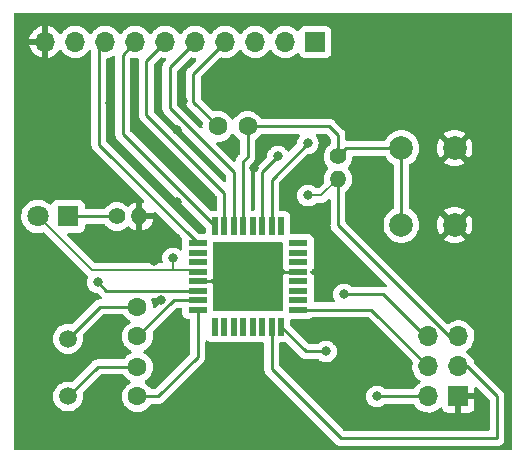
<source format=gtl>
G04 #@! TF.GenerationSoftware,KiCad,Pcbnew,(6.0.11)*
G04 #@! TF.CreationDate,2023-04-02T15:36:06-07:00*
G04 #@! TF.ProjectId,M_MUC,4d5f4d55-432e-46b6-9963-61645f706362,rev?*
G04 #@! TF.SameCoordinates,Original*
G04 #@! TF.FileFunction,Copper,L1,Top*
G04 #@! TF.FilePolarity,Positive*
%FSLAX46Y46*%
G04 Gerber Fmt 4.6, Leading zero omitted, Abs format (unit mm)*
G04 Created by KiCad (PCBNEW (6.0.11)) date 2023-04-02 15:36:06*
%MOMM*%
%LPD*%
G01*
G04 APERTURE LIST*
G04 #@! TA.AperFunction,ComponentPad*
%ADD10C,1.600000*%
G04 #@! TD*
G04 #@! TA.AperFunction,ComponentPad*
%ADD11C,1.500000*%
G04 #@! TD*
G04 #@! TA.AperFunction,ComponentPad*
%ADD12C,1.400000*%
G04 #@! TD*
G04 #@! TA.AperFunction,ComponentPad*
%ADD13O,1.400000X1.400000*%
G04 #@! TD*
G04 #@! TA.AperFunction,SMDPad,CuDef*
%ADD14R,1.600000X0.550000*%
G04 #@! TD*
G04 #@! TA.AperFunction,SMDPad,CuDef*
%ADD15R,0.550000X1.600000*%
G04 #@! TD*
G04 #@! TA.AperFunction,ComponentPad*
%ADD16R,1.700000X1.700000*%
G04 #@! TD*
G04 #@! TA.AperFunction,ComponentPad*
%ADD17O,1.700000X1.700000*%
G04 #@! TD*
G04 #@! TA.AperFunction,ComponentPad*
%ADD18R,1.800000X1.800000*%
G04 #@! TD*
G04 #@! TA.AperFunction,ComponentPad*
%ADD19C,1.800000*%
G04 #@! TD*
G04 #@! TA.AperFunction,ComponentPad*
%ADD20C,2.000000*%
G04 #@! TD*
G04 #@! TA.AperFunction,ViaPad*
%ADD21C,0.800000*%
G04 #@! TD*
G04 #@! TA.AperFunction,Conductor*
%ADD22C,0.250000*%
G04 #@! TD*
G04 #@! TA.AperFunction,Conductor*
%ADD23C,0.200000*%
G04 #@! TD*
G04 APERTURE END LIST*
D10*
X112560000Y-101600000D03*
X112560000Y-99100000D03*
D11*
X106680000Y-101600000D03*
X106680000Y-96720000D03*
D12*
X129540000Y-81280000D03*
D13*
X129540000Y-83180000D03*
D10*
X112560000Y-96520000D03*
X112560000Y-94020000D03*
D12*
X110820000Y-86360000D03*
D13*
X112720000Y-86360000D03*
D14*
X117670000Y-88640000D03*
X117670000Y-89440000D03*
X117670000Y-90240000D03*
X117670000Y-91040000D03*
X117670000Y-91840000D03*
X117670000Y-92640000D03*
X117670000Y-93440000D03*
X117670000Y-94240000D03*
D15*
X119120000Y-95690000D03*
X119920000Y-95690000D03*
X120720000Y-95690000D03*
X121520000Y-95690000D03*
X122320000Y-95690000D03*
X123120000Y-95690000D03*
X123920000Y-95690000D03*
X124720000Y-95690000D03*
D14*
X126170000Y-94240000D03*
X126170000Y-93440000D03*
X126170000Y-92640000D03*
X126170000Y-91840000D03*
X126170000Y-91040000D03*
X126170000Y-90240000D03*
X126170000Y-89440000D03*
X126170000Y-88640000D03*
D15*
X124720000Y-87190000D03*
X123920000Y-87190000D03*
X123120000Y-87190000D03*
X122320000Y-87190000D03*
X121520000Y-87190000D03*
X120720000Y-87190000D03*
X119920000Y-87190000D03*
X119120000Y-87190000D03*
D16*
X139730000Y-101600000D03*
D17*
X137190000Y-101600000D03*
X139730000Y-99060000D03*
X137190000Y-99060000D03*
X139730000Y-96520000D03*
X137190000Y-96520000D03*
D18*
X106680000Y-86360000D03*
D19*
X104140000Y-86360000D03*
D20*
X139410000Y-80570000D03*
X139410000Y-87070000D03*
X134910000Y-80570000D03*
X134910000Y-87070000D03*
D10*
X121880000Y-78740000D03*
X119380000Y-78740000D03*
D16*
X127610000Y-71580000D03*
D17*
X125070000Y-71580000D03*
X122530000Y-71580000D03*
X119990000Y-71580000D03*
X117450000Y-71580000D03*
X114910000Y-71580000D03*
X112370000Y-71580000D03*
X109830000Y-71580000D03*
X107290000Y-71580000D03*
X104750000Y-71580000D03*
D21*
X132842000Y-101600000D03*
X127000000Y-84582000D03*
X115570000Y-89916000D03*
X130048000Y-92964000D03*
X128524000Y-97790000D03*
X114530000Y-93420000D03*
X111252000Y-89662000D03*
X122428000Y-82296000D03*
X115330000Y-96790000D03*
X115800000Y-88160000D03*
X115290000Y-81510000D03*
X115930000Y-85150000D03*
X115900000Y-79070000D03*
X110240000Y-76730000D03*
X131572000Y-96774000D03*
X121820000Y-89740000D03*
X113990000Y-90100000D03*
X120650000Y-80772000D03*
X131826000Y-91186000D03*
X116400000Y-76590000D03*
X126990000Y-80160000D03*
X124460000Y-81280000D03*
X109220000Y-91948000D03*
D22*
X115640000Y-93440000D02*
X112560000Y-96520000D01*
X117670000Y-93440000D02*
X115640000Y-93440000D01*
X112560000Y-94020000D02*
X109380000Y-94020000D01*
X109380000Y-94020000D02*
X106680000Y-96720000D01*
X117670000Y-94240000D02*
X117670000Y-98230000D01*
X114300000Y-101600000D02*
X112560000Y-101600000D01*
X117670000Y-98230000D02*
X114300000Y-101600000D01*
X112560000Y-99100000D02*
X109180000Y-99100000D01*
X109180000Y-99100000D02*
X106680000Y-101600000D01*
X137190000Y-101600000D02*
X132842000Y-101600000D01*
X129540000Y-79470000D02*
X128810000Y-78740000D01*
X134910000Y-80570000D02*
X134910000Y-87070000D01*
X121520000Y-81680000D02*
X121880000Y-81320000D01*
X121880000Y-81320000D02*
X121880000Y-78740000D01*
X129540000Y-81280000D02*
X129540000Y-79470000D01*
X121520000Y-87190000D02*
X121520000Y-81680000D01*
X134910000Y-80570000D02*
X130250000Y-80570000D01*
X130250000Y-80570000D02*
X129540000Y-81280000D01*
X128810000Y-78740000D02*
X121880000Y-78740000D01*
X129540000Y-83180000D02*
X129540000Y-86360000D01*
D23*
X115570000Y-90932000D02*
X108712000Y-90932000D01*
X115570000Y-89916000D02*
X115570000Y-90932000D01*
X115570000Y-90932000D02*
X117562000Y-90932000D01*
X128138000Y-84582000D02*
X129540000Y-83180000D01*
D22*
X138938000Y-96520000D02*
X139730000Y-96520000D01*
X129540000Y-87122000D02*
X138938000Y-96520000D01*
D23*
X117562000Y-90932000D02*
X117670000Y-91040000D01*
D22*
X129540000Y-86360000D02*
X129540000Y-87122000D01*
D23*
X127000000Y-84582000D02*
X128138000Y-84582000D01*
X108712000Y-90932000D02*
X104140000Y-86360000D01*
D22*
X126820000Y-97790000D02*
X128524000Y-97790000D01*
X136906000Y-96520000D02*
X133350000Y-92964000D01*
X133350000Y-92964000D02*
X130048000Y-92964000D01*
X124720000Y-95690000D02*
X126820000Y-97790000D01*
X137190000Y-96520000D02*
X136906000Y-96520000D01*
X137190000Y-96520000D02*
X136652000Y-96520000D01*
X123120000Y-91040000D02*
X121820000Y-89740000D01*
X126170000Y-91040000D02*
X123120000Y-91040000D01*
X117670000Y-91840000D02*
X119720000Y-91840000D01*
X119720000Y-91840000D02*
X121820000Y-89740000D01*
X137190000Y-99060000D02*
X132370000Y-94240000D01*
X132370000Y-94240000D02*
X126170000Y-94240000D01*
X117300000Y-76660000D02*
X117300000Y-74270000D01*
X117300000Y-74270000D02*
X119990000Y-71580000D01*
X119380000Y-78740000D02*
X117300000Y-76660000D01*
X110820000Y-86360000D02*
X106680000Y-86360000D01*
X140462000Y-99060000D02*
X143002000Y-101600000D01*
X139730000Y-99060000D02*
X140462000Y-99060000D01*
X123920000Y-99282000D02*
X123920000Y-95690000D01*
X143002000Y-105156000D02*
X129794000Y-105156000D01*
X143002000Y-101600000D02*
X143002000Y-105156000D01*
X129794000Y-105156000D02*
X123920000Y-99282000D01*
X123920000Y-87190000D02*
X123920000Y-83230000D01*
X123920000Y-83230000D02*
X126990000Y-80160000D01*
X123120000Y-87190000D02*
X123120000Y-82620000D01*
X123120000Y-82620000D02*
X124460000Y-81280000D01*
X120720000Y-82620000D02*
X115300000Y-77200000D01*
X115300000Y-77200000D02*
X115300000Y-73730000D01*
X115300000Y-73730000D02*
X117450000Y-71580000D01*
X120720000Y-87190000D02*
X120720000Y-82620000D01*
X119920000Y-84360000D02*
X113300000Y-77740000D01*
X113300000Y-77740000D02*
X113300000Y-73190000D01*
X119920000Y-87190000D02*
X119920000Y-84360000D01*
X113300000Y-73190000D02*
X114910000Y-71580000D01*
X111300000Y-72650000D02*
X112370000Y-71580000D01*
X111300000Y-79370000D02*
X111300000Y-72650000D01*
X119120000Y-87190000D02*
X111300000Y-79370000D01*
X117670000Y-88640000D02*
X109300000Y-80270000D01*
X109300000Y-80270000D02*
X109300000Y-72110000D01*
X109300000Y-72110000D02*
X109830000Y-71580000D01*
X117670000Y-92640000D02*
X109912000Y-92640000D01*
X109912000Y-92640000D02*
X109220000Y-91948000D01*
G04 #@! TA.AperFunction,Conductor*
G36*
X144213621Y-69108502D02*
G01*
X144260114Y-69162158D01*
X144271500Y-69214500D01*
X144271500Y-106045500D01*
X144251498Y-106113621D01*
X144197842Y-106160114D01*
X144145500Y-106171500D01*
X102234500Y-106171500D01*
X102166379Y-106151498D01*
X102119886Y-106097842D01*
X102108500Y-106045500D01*
X102108500Y-86325469D01*
X102727095Y-86325469D01*
X102727392Y-86330622D01*
X102727392Y-86330625D01*
X102728040Y-86341866D01*
X102740427Y-86556697D01*
X102741564Y-86561743D01*
X102741565Y-86561749D01*
X102756394Y-86627548D01*
X102791346Y-86782642D01*
X102793288Y-86787424D01*
X102793289Y-86787428D01*
X102876540Y-86992450D01*
X102878484Y-86997237D01*
X102999501Y-87194719D01*
X103151147Y-87369784D01*
X103272089Y-87470192D01*
X103315865Y-87506535D01*
X103329349Y-87517730D01*
X103529322Y-87634584D01*
X103745694Y-87717209D01*
X103750760Y-87718240D01*
X103750761Y-87718240D01*
X103803846Y-87729040D01*
X103972656Y-87763385D01*
X104102089Y-87768131D01*
X104198949Y-87771683D01*
X104198953Y-87771683D01*
X104204113Y-87771872D01*
X104209233Y-87771216D01*
X104209235Y-87771216D01*
X104283166Y-87761745D01*
X104433847Y-87742442D01*
X104438801Y-87740956D01*
X104438809Y-87740954D01*
X104537179Y-87711441D01*
X104608174Y-87711023D01*
X104662482Y-87743031D01*
X108247685Y-91328234D01*
X108258552Y-91340625D01*
X108278013Y-91365987D01*
X108284563Y-91371013D01*
X108309925Y-91390474D01*
X108309928Y-91390477D01*
X108349710Y-91421003D01*
X108391577Y-91478341D01*
X108395799Y-91549212D01*
X108388382Y-91571405D01*
X108385473Y-91576444D01*
X108383433Y-91582724D01*
X108383432Y-91582725D01*
X108381037Y-91590097D01*
X108326458Y-91758072D01*
X108306496Y-91948000D01*
X108307186Y-91954565D01*
X108324395Y-92118295D01*
X108326458Y-92137928D01*
X108385473Y-92319556D01*
X108388776Y-92325278D01*
X108388777Y-92325279D01*
X108414773Y-92370305D01*
X108480960Y-92484944D01*
X108485378Y-92489851D01*
X108485379Y-92489852D01*
X108545823Y-92556982D01*
X108608747Y-92626866D01*
X108763248Y-92739118D01*
X108769276Y-92741802D01*
X108769278Y-92741803D01*
X108841756Y-92774072D01*
X108937712Y-92816794D01*
X109031113Y-92836647D01*
X109118056Y-92855128D01*
X109118061Y-92855128D01*
X109124513Y-92856500D01*
X109180405Y-92856500D01*
X109248526Y-92876502D01*
X109269500Y-92893405D01*
X109408348Y-93032253D01*
X109415888Y-93040539D01*
X109420000Y-93047018D01*
X109425777Y-93052443D01*
X109469651Y-93093643D01*
X109472493Y-93096398D01*
X109492230Y-93116135D01*
X109495427Y-93118615D01*
X109504447Y-93126318D01*
X109536679Y-93156586D01*
X109541692Y-93159342D01*
X109584446Y-93214788D01*
X109590520Y-93285525D01*
X109557387Y-93348316D01*
X109495566Y-93383226D01*
X109467030Y-93386500D01*
X109458768Y-93386500D01*
X109447585Y-93385973D01*
X109440092Y-93384298D01*
X109432166Y-93384547D01*
X109432165Y-93384547D01*
X109372002Y-93386438D01*
X109368044Y-93386500D01*
X109340144Y-93386500D01*
X109336154Y-93387004D01*
X109324320Y-93387936D01*
X109280111Y-93389326D01*
X109272495Y-93391539D01*
X109272493Y-93391539D01*
X109260652Y-93394979D01*
X109241293Y-93398988D01*
X109239983Y-93399154D01*
X109221203Y-93401526D01*
X109213837Y-93404442D01*
X109213831Y-93404444D01*
X109180098Y-93417800D01*
X109168868Y-93421645D01*
X109134017Y-93431770D01*
X109126407Y-93433981D01*
X109119584Y-93438016D01*
X109108966Y-93444295D01*
X109091213Y-93452992D01*
X109083568Y-93456019D01*
X109072383Y-93460448D01*
X109065968Y-93465109D01*
X109036612Y-93486437D01*
X109026695Y-93492951D01*
X108988638Y-93515458D01*
X108974317Y-93529779D01*
X108959284Y-93542619D01*
X108942893Y-93554528D01*
X108916445Y-93586498D01*
X108914702Y-93588605D01*
X108906712Y-93597384D01*
X107052423Y-95451672D01*
X106990111Y-95485698D01*
X106930717Y-95484284D01*
X106904685Y-95477309D01*
X106904686Y-95477309D01*
X106899371Y-95475885D01*
X106680000Y-95456693D01*
X106460629Y-95475885D01*
X106247924Y-95532880D01*
X106206518Y-95552188D01*
X106053334Y-95623618D01*
X106053329Y-95623621D01*
X106048347Y-95625944D01*
X106043840Y-95629100D01*
X106043838Y-95629101D01*
X105872473Y-95749092D01*
X105872470Y-95749094D01*
X105867962Y-95752251D01*
X105712251Y-95907962D01*
X105709094Y-95912470D01*
X105709092Y-95912473D01*
X105591297Y-96080702D01*
X105585944Y-96088347D01*
X105583621Y-96093329D01*
X105583618Y-96093334D01*
X105553705Y-96157483D01*
X105492880Y-96287924D01*
X105435885Y-96500629D01*
X105416693Y-96720000D01*
X105435885Y-96939371D01*
X105492880Y-97152076D01*
X105512963Y-97195144D01*
X105583618Y-97346666D01*
X105583621Y-97346671D01*
X105585944Y-97351653D01*
X105589100Y-97356160D01*
X105589101Y-97356162D01*
X105708162Y-97526198D01*
X105712251Y-97532038D01*
X105867962Y-97687749D01*
X106048346Y-97814056D01*
X106247924Y-97907120D01*
X106460629Y-97964115D01*
X106680000Y-97983307D01*
X106899371Y-97964115D01*
X107112076Y-97907120D01*
X107311654Y-97814056D01*
X107492038Y-97687749D01*
X107647749Y-97532038D01*
X107651839Y-97526198D01*
X107770899Y-97356162D01*
X107770900Y-97356160D01*
X107774056Y-97351653D01*
X107776379Y-97346671D01*
X107776382Y-97346666D01*
X107847037Y-97195144D01*
X107867120Y-97152076D01*
X107924115Y-96939371D01*
X107943307Y-96720000D01*
X107924115Y-96500629D01*
X107922692Y-96495319D01*
X107922691Y-96495312D01*
X107915716Y-96469281D01*
X107917406Y-96398304D01*
X107948328Y-96347576D01*
X109605499Y-94690405D01*
X109667811Y-94656379D01*
X109694594Y-94653500D01*
X111340606Y-94653500D01*
X111408727Y-94673502D01*
X111443819Y-94707229D01*
X111550643Y-94859789D01*
X111553802Y-94864300D01*
X111715700Y-95026198D01*
X111720208Y-95029355D01*
X111720211Y-95029357D01*
X111794506Y-95081379D01*
X111903251Y-95157523D01*
X111908233Y-95159846D01*
X111910027Y-95160882D01*
X111959019Y-95212266D01*
X111972454Y-95281979D01*
X111946066Y-95347890D01*
X111910027Y-95379118D01*
X111908233Y-95380154D01*
X111903251Y-95382477D01*
X111898747Y-95385631D01*
X111720211Y-95510643D01*
X111720208Y-95510645D01*
X111715700Y-95513802D01*
X111553802Y-95675700D01*
X111550645Y-95680208D01*
X111550643Y-95680211D01*
X111502412Y-95749092D01*
X111422477Y-95863251D01*
X111420154Y-95868233D01*
X111420151Y-95868238D01*
X111328039Y-96065775D01*
X111325716Y-96070757D01*
X111324294Y-96076065D01*
X111324293Y-96076067D01*
X111267883Y-96286591D01*
X111266457Y-96291913D01*
X111246502Y-96520000D01*
X111266457Y-96748087D01*
X111267881Y-96753400D01*
X111267881Y-96753402D01*
X111319135Y-96944681D01*
X111325716Y-96969243D01*
X111328039Y-96974224D01*
X111328039Y-96974225D01*
X111420151Y-97171762D01*
X111420154Y-97171767D01*
X111422477Y-97176749D01*
X111450968Y-97217438D01*
X111548104Y-97356162D01*
X111553802Y-97364300D01*
X111715700Y-97526198D01*
X111720208Y-97529355D01*
X111720211Y-97529357D01*
X111760445Y-97557529D01*
X111903251Y-97657523D01*
X111908236Y-97659847D01*
X111908242Y-97659851D01*
X111985347Y-97695805D01*
X112038633Y-97742722D01*
X112058094Y-97810999D01*
X112037553Y-97878959D01*
X111985347Y-97924195D01*
X111908242Y-97960149D01*
X111908236Y-97960153D01*
X111903251Y-97962477D01*
X111874187Y-97982828D01*
X111720211Y-98090643D01*
X111720208Y-98090645D01*
X111715700Y-98093802D01*
X111553802Y-98255700D01*
X111550645Y-98260208D01*
X111550643Y-98260211D01*
X111443819Y-98412771D01*
X111388362Y-98457099D01*
X111340606Y-98466500D01*
X109258767Y-98466500D01*
X109247584Y-98465973D01*
X109240091Y-98464298D01*
X109232165Y-98464547D01*
X109232164Y-98464547D01*
X109172001Y-98466438D01*
X109168043Y-98466500D01*
X109140144Y-98466500D01*
X109136154Y-98467004D01*
X109124320Y-98467936D01*
X109080111Y-98469326D01*
X109072497Y-98471538D01*
X109072492Y-98471539D01*
X109060659Y-98474977D01*
X109041296Y-98478988D01*
X109021203Y-98481526D01*
X109013836Y-98484443D01*
X109013831Y-98484444D01*
X108980092Y-98497802D01*
X108968865Y-98501646D01*
X108926407Y-98513982D01*
X108919581Y-98518019D01*
X108908972Y-98524293D01*
X108891224Y-98532988D01*
X108872383Y-98540448D01*
X108865967Y-98545110D01*
X108865966Y-98545110D01*
X108836613Y-98566436D01*
X108826693Y-98572952D01*
X108795465Y-98591420D01*
X108795462Y-98591422D01*
X108788638Y-98595458D01*
X108774317Y-98609779D01*
X108759284Y-98622619D01*
X108742893Y-98634528D01*
X108725040Y-98656109D01*
X108714702Y-98668605D01*
X108706712Y-98677384D01*
X107052423Y-100331672D01*
X106990111Y-100365698D01*
X106930717Y-100364284D01*
X106904685Y-100357309D01*
X106904686Y-100357309D01*
X106899371Y-100355885D01*
X106680000Y-100336693D01*
X106460629Y-100355885D01*
X106247924Y-100412880D01*
X106169152Y-100449612D01*
X106053334Y-100503618D01*
X106053329Y-100503621D01*
X106048347Y-100505944D01*
X106043840Y-100509100D01*
X106043838Y-100509101D01*
X105872473Y-100629092D01*
X105872470Y-100629094D01*
X105867962Y-100632251D01*
X105712251Y-100787962D01*
X105709094Y-100792470D01*
X105709092Y-100792473D01*
X105594234Y-100956507D01*
X105585944Y-100968347D01*
X105583621Y-100973329D01*
X105583618Y-100973334D01*
X105544069Y-101058148D01*
X105492880Y-101167924D01*
X105435885Y-101380629D01*
X105416693Y-101600000D01*
X105435885Y-101819371D01*
X105492880Y-102032076D01*
X105524055Y-102098931D01*
X105583618Y-102226666D01*
X105583621Y-102226671D01*
X105585944Y-102231653D01*
X105589100Y-102236160D01*
X105589101Y-102236162D01*
X105707385Y-102405088D01*
X105712251Y-102412038D01*
X105867962Y-102567749D01*
X105872471Y-102570906D01*
X105872473Y-102570908D01*
X105927384Y-102609357D01*
X106048346Y-102694056D01*
X106247924Y-102787120D01*
X106460629Y-102844115D01*
X106680000Y-102863307D01*
X106899371Y-102844115D01*
X107112076Y-102787120D01*
X107311654Y-102694056D01*
X107432616Y-102609357D01*
X107487527Y-102570908D01*
X107487529Y-102570906D01*
X107492038Y-102567749D01*
X107647749Y-102412038D01*
X107652616Y-102405088D01*
X107770899Y-102236162D01*
X107770900Y-102236160D01*
X107774056Y-102231653D01*
X107776379Y-102226671D01*
X107776382Y-102226666D01*
X107835945Y-102098931D01*
X107867120Y-102032076D01*
X107924115Y-101819371D01*
X107943307Y-101600000D01*
X107924115Y-101380629D01*
X107915716Y-101349283D01*
X107917406Y-101278306D01*
X107948328Y-101227577D01*
X109405500Y-99770405D01*
X109467812Y-99736379D01*
X109494595Y-99733500D01*
X111340606Y-99733500D01*
X111408727Y-99753502D01*
X111443819Y-99787229D01*
X111498337Y-99865088D01*
X111553802Y-99944300D01*
X111715700Y-100106198D01*
X111720208Y-100109355D01*
X111720211Y-100109357D01*
X111808876Y-100171441D01*
X111903251Y-100237523D01*
X111908233Y-100239846D01*
X111910027Y-100240882D01*
X111959019Y-100292266D01*
X111972454Y-100361979D01*
X111946066Y-100427890D01*
X111910027Y-100459118D01*
X111908233Y-100460154D01*
X111903251Y-100462477D01*
X111898747Y-100465631D01*
X111720211Y-100590643D01*
X111720208Y-100590645D01*
X111715700Y-100593802D01*
X111553802Y-100755700D01*
X111550645Y-100760208D01*
X111550643Y-100760211D01*
X111495902Y-100838389D01*
X111422477Y-100943251D01*
X111420154Y-100948233D01*
X111420151Y-100948238D01*
X111334962Y-101130928D01*
X111325716Y-101150757D01*
X111324294Y-101156065D01*
X111324293Y-101156067D01*
X111267881Y-101366598D01*
X111266457Y-101371913D01*
X111246502Y-101600000D01*
X111266457Y-101828087D01*
X111267881Y-101833400D01*
X111267881Y-101833402D01*
X111320934Y-102031395D01*
X111325716Y-102049243D01*
X111328039Y-102054224D01*
X111328039Y-102054225D01*
X111420151Y-102251762D01*
X111420154Y-102251767D01*
X111422477Y-102256749D01*
X111448326Y-102293665D01*
X111533941Y-102415935D01*
X111553802Y-102444300D01*
X111715700Y-102606198D01*
X111720208Y-102609355D01*
X111720211Y-102609357D01*
X111760445Y-102637529D01*
X111903251Y-102737523D01*
X111908233Y-102739846D01*
X111908238Y-102739849D01*
X112105775Y-102831961D01*
X112110757Y-102834284D01*
X112116065Y-102835706D01*
X112116067Y-102835707D01*
X112326598Y-102892119D01*
X112326600Y-102892119D01*
X112331913Y-102893543D01*
X112560000Y-102913498D01*
X112788087Y-102893543D01*
X112793400Y-102892119D01*
X112793402Y-102892119D01*
X113003933Y-102835707D01*
X113003935Y-102835706D01*
X113009243Y-102834284D01*
X113014225Y-102831961D01*
X113211762Y-102739849D01*
X113211767Y-102739846D01*
X113216749Y-102737523D01*
X113359555Y-102637529D01*
X113399789Y-102609357D01*
X113399792Y-102609355D01*
X113404300Y-102606198D01*
X113566198Y-102444300D01*
X113569357Y-102439789D01*
X113676181Y-102287229D01*
X113731638Y-102242901D01*
X113779394Y-102233500D01*
X114221233Y-102233500D01*
X114232416Y-102234027D01*
X114239909Y-102235702D01*
X114247835Y-102235453D01*
X114247836Y-102235453D01*
X114307986Y-102233562D01*
X114311945Y-102233500D01*
X114339856Y-102233500D01*
X114343791Y-102233003D01*
X114343856Y-102232995D01*
X114355693Y-102232062D01*
X114387951Y-102231048D01*
X114391970Y-102230922D01*
X114399889Y-102230673D01*
X114419343Y-102225021D01*
X114438700Y-102221013D01*
X114450930Y-102219468D01*
X114450931Y-102219468D01*
X114458797Y-102218474D01*
X114466168Y-102215555D01*
X114466170Y-102215555D01*
X114499912Y-102202196D01*
X114511142Y-102198351D01*
X114545983Y-102188229D01*
X114545984Y-102188229D01*
X114553593Y-102186018D01*
X114560412Y-102181985D01*
X114560417Y-102181983D01*
X114571028Y-102175707D01*
X114588776Y-102167012D01*
X114607617Y-102159552D01*
X114643387Y-102133564D01*
X114653307Y-102127048D01*
X114684535Y-102108580D01*
X114684538Y-102108578D01*
X114691362Y-102104542D01*
X114705683Y-102090221D01*
X114720717Y-102077380D01*
X114730694Y-102070131D01*
X114737107Y-102065472D01*
X114765298Y-102031395D01*
X114773288Y-102022616D01*
X118062247Y-98733657D01*
X118070537Y-98726113D01*
X118077018Y-98722000D01*
X118123659Y-98672332D01*
X118126413Y-98669491D01*
X118146135Y-98649769D01*
X118148619Y-98646567D01*
X118156317Y-98637555D01*
X118181161Y-98611098D01*
X118186586Y-98605321D01*
X118196347Y-98587566D01*
X118207198Y-98571047D01*
X118219614Y-98555041D01*
X118229155Y-98532994D01*
X118237174Y-98514463D01*
X118242391Y-98503813D01*
X118263695Y-98465060D01*
X118268733Y-98445437D01*
X118275137Y-98426734D01*
X118280033Y-98415420D01*
X118280033Y-98415419D01*
X118283181Y-98408145D01*
X118284420Y-98400322D01*
X118284423Y-98400312D01*
X118290099Y-98364476D01*
X118292505Y-98352856D01*
X118301528Y-98317711D01*
X118301528Y-98317710D01*
X118303500Y-98310030D01*
X118303500Y-98289776D01*
X118305051Y-98270065D01*
X118306980Y-98257886D01*
X118308220Y-98250057D01*
X118304059Y-98206038D01*
X118303500Y-98194181D01*
X118303500Y-96971569D01*
X118323502Y-96903448D01*
X118377158Y-96856955D01*
X118447432Y-96846851D01*
X118505065Y-96870743D01*
X118598295Y-96940615D01*
X118734684Y-96991745D01*
X118796866Y-96998500D01*
X119443134Y-96998500D01*
X119463819Y-96996253D01*
X119505316Y-96991745D01*
X119505580Y-96994174D01*
X119534420Y-96994174D01*
X119534684Y-96991745D01*
X119576182Y-96996253D01*
X119596866Y-96998500D01*
X120243134Y-96998500D01*
X120263819Y-96996253D01*
X120305316Y-96991745D01*
X120305580Y-96994174D01*
X120334420Y-96994174D01*
X120334684Y-96991745D01*
X120376182Y-96996253D01*
X120396866Y-96998500D01*
X121043134Y-96998500D01*
X121063819Y-96996253D01*
X121105316Y-96991745D01*
X121105580Y-96994174D01*
X121134420Y-96994174D01*
X121134684Y-96991745D01*
X121176182Y-96996253D01*
X121196866Y-96998500D01*
X121843134Y-96998500D01*
X121863819Y-96996253D01*
X121905316Y-96991745D01*
X121905580Y-96994174D01*
X121934420Y-96994174D01*
X121934684Y-96991745D01*
X121976182Y-96996253D01*
X121996866Y-96998500D01*
X122643134Y-96998500D01*
X122663819Y-96996253D01*
X122705316Y-96991745D01*
X122705580Y-96994174D01*
X122734420Y-96994174D01*
X122734684Y-96991745D01*
X122776182Y-96996253D01*
X122796866Y-96998500D01*
X123160500Y-96998500D01*
X123228621Y-97018502D01*
X123275114Y-97072158D01*
X123286500Y-97124500D01*
X123286500Y-99203233D01*
X123285973Y-99214416D01*
X123284298Y-99221909D01*
X123284547Y-99229835D01*
X123284547Y-99229836D01*
X123286438Y-99289986D01*
X123286500Y-99293945D01*
X123286500Y-99321856D01*
X123286997Y-99325790D01*
X123286997Y-99325791D01*
X123287005Y-99325856D01*
X123287938Y-99337693D01*
X123289327Y-99381889D01*
X123294978Y-99401339D01*
X123298987Y-99420700D01*
X123301526Y-99440797D01*
X123304445Y-99448168D01*
X123304445Y-99448170D01*
X123317804Y-99481912D01*
X123321649Y-99493142D01*
X123333982Y-99535593D01*
X123338015Y-99542412D01*
X123338017Y-99542417D01*
X123344293Y-99553028D01*
X123352988Y-99570776D01*
X123360448Y-99589617D01*
X123365110Y-99596033D01*
X123365110Y-99596034D01*
X123386436Y-99625387D01*
X123392952Y-99635307D01*
X123415458Y-99673362D01*
X123429779Y-99687683D01*
X123442619Y-99702716D01*
X123454528Y-99719107D01*
X123475406Y-99736379D01*
X123488605Y-99747298D01*
X123497384Y-99755288D01*
X129290343Y-105548247D01*
X129297887Y-105556537D01*
X129302000Y-105563018D01*
X129307777Y-105568443D01*
X129351667Y-105609658D01*
X129354509Y-105612413D01*
X129374230Y-105632134D01*
X129377425Y-105634612D01*
X129386447Y-105642318D01*
X129418679Y-105672586D01*
X129429858Y-105678732D01*
X129436432Y-105682346D01*
X129452956Y-105693199D01*
X129468959Y-105705613D01*
X129509543Y-105723176D01*
X129520173Y-105728383D01*
X129558940Y-105749695D01*
X129566617Y-105751666D01*
X129566622Y-105751668D01*
X129578558Y-105754732D01*
X129597266Y-105761137D01*
X129615855Y-105769181D01*
X129623680Y-105770420D01*
X129623682Y-105770421D01*
X129659519Y-105776097D01*
X129671140Y-105778504D01*
X129706289Y-105787528D01*
X129713970Y-105789500D01*
X129734231Y-105789500D01*
X129753940Y-105791051D01*
X129773943Y-105794219D01*
X129781835Y-105793473D01*
X129787062Y-105792979D01*
X129817954Y-105790059D01*
X129829811Y-105789500D01*
X142930207Y-105789500D01*
X142953816Y-105791732D01*
X142954119Y-105791790D01*
X142954123Y-105791790D01*
X142961906Y-105793275D01*
X143017951Y-105789749D01*
X143025862Y-105789500D01*
X143041856Y-105789500D01*
X143057730Y-105787494D01*
X143065590Y-105786752D01*
X143093049Y-105785024D01*
X143113737Y-105783723D01*
X143113738Y-105783723D01*
X143121650Y-105783225D01*
X143129191Y-105780775D01*
X143129487Y-105780679D01*
X143152631Y-105775506D01*
X143152935Y-105775468D01*
X143152940Y-105775467D01*
X143160797Y-105774474D01*
X143168162Y-105771558D01*
X143168166Y-105771557D01*
X143213011Y-105753801D01*
X143220430Y-105751129D01*
X143273875Y-105733764D01*
X143280572Y-105729514D01*
X143280831Y-105729350D01*
X143301958Y-105718585D01*
X143302246Y-105718471D01*
X143302251Y-105718468D01*
X143309617Y-105715552D01*
X143316025Y-105710896D01*
X143316031Y-105710893D01*
X143355052Y-105682542D01*
X143361589Y-105678099D01*
X143409018Y-105648000D01*
X143414659Y-105641993D01*
X143432446Y-105626312D01*
X143432691Y-105626134D01*
X143432693Y-105626132D01*
X143439107Y-105621472D01*
X143444162Y-105615362D01*
X143474903Y-105578204D01*
X143480134Y-105572270D01*
X143513158Y-105537102D01*
X143513160Y-105537099D01*
X143518586Y-105531321D01*
X143522558Y-105524097D01*
X143535881Y-105504494D01*
X143536080Y-105504254D01*
X143536084Y-105504247D01*
X143541133Y-105498144D01*
X143565047Y-105447324D01*
X143568629Y-105440292D01*
X143595695Y-105391060D01*
X143597665Y-105383385D01*
X143597668Y-105383379D01*
X143597744Y-105383081D01*
X143605776Y-105360772D01*
X143605906Y-105360497D01*
X143605909Y-105360489D01*
X143609283Y-105353318D01*
X143619806Y-105298151D01*
X143621532Y-105290429D01*
X143633529Y-105243707D01*
X143633529Y-105243706D01*
X143635500Y-105236030D01*
X143635500Y-105227793D01*
X143637732Y-105204184D01*
X143637790Y-105203881D01*
X143637790Y-105203877D01*
X143639275Y-105196094D01*
X143635749Y-105140049D01*
X143635500Y-105132138D01*
X143635500Y-101678763D01*
X143636027Y-101667579D01*
X143637701Y-101660091D01*
X143635562Y-101592032D01*
X143635500Y-101588075D01*
X143635500Y-101560144D01*
X143634994Y-101556138D01*
X143634061Y-101544292D01*
X143632922Y-101508037D01*
X143632673Y-101500110D01*
X143627022Y-101480658D01*
X143623014Y-101461306D01*
X143621468Y-101449068D01*
X143621467Y-101449066D01*
X143620474Y-101441203D01*
X143604194Y-101400086D01*
X143600359Y-101388885D01*
X143588018Y-101346406D01*
X143583985Y-101339587D01*
X143583983Y-101339582D01*
X143577707Y-101328971D01*
X143569010Y-101311221D01*
X143561552Y-101292383D01*
X143551325Y-101278306D01*
X143535572Y-101256625D01*
X143529053Y-101246701D01*
X143510578Y-101215460D01*
X143510574Y-101215455D01*
X143506542Y-101208637D01*
X143492218Y-101194313D01*
X143479376Y-101179278D01*
X143467472Y-101162893D01*
X143433406Y-101134711D01*
X143424627Y-101126722D01*
X141079213Y-98781308D01*
X141046104Y-98722909D01*
X141029709Y-98657641D01*
X141020431Y-98620702D01*
X140931354Y-98415840D01*
X140873845Y-98326944D01*
X140812822Y-98232617D01*
X140812820Y-98232614D01*
X140810014Y-98228277D01*
X140659670Y-98063051D01*
X140655619Y-98059852D01*
X140655615Y-98059848D01*
X140488414Y-97927800D01*
X140488410Y-97927798D01*
X140484359Y-97924598D01*
X140443053Y-97901796D01*
X140393084Y-97851364D01*
X140378312Y-97781921D01*
X140403428Y-97715516D01*
X140430780Y-97688909D01*
X140479207Y-97654366D01*
X140609860Y-97561173D01*
X140635187Y-97535935D01*
X140691209Y-97480107D01*
X140768096Y-97403489D01*
X140799498Y-97359789D01*
X140895435Y-97226277D01*
X140898453Y-97222077D01*
X140918628Y-97181257D01*
X140995136Y-97026453D01*
X140995137Y-97026451D01*
X140997430Y-97021811D01*
X141062370Y-96808069D01*
X141091529Y-96586590D01*
X141091611Y-96583240D01*
X141093074Y-96523365D01*
X141093074Y-96523361D01*
X141093156Y-96520000D01*
X141074852Y-96297361D01*
X141020431Y-96080702D01*
X140931354Y-95875840D01*
X140810014Y-95688277D01*
X140659670Y-95523051D01*
X140655619Y-95519852D01*
X140655615Y-95519848D01*
X140488414Y-95387800D01*
X140488410Y-95387798D01*
X140484359Y-95384598D01*
X140288789Y-95276638D01*
X140283920Y-95274914D01*
X140283916Y-95274912D01*
X140083087Y-95203795D01*
X140083083Y-95203794D01*
X140078212Y-95202069D01*
X140073119Y-95201162D01*
X140073116Y-95201161D01*
X139863373Y-95163800D01*
X139863367Y-95163799D01*
X139858284Y-95162894D01*
X139784452Y-95161992D01*
X139640081Y-95160228D01*
X139640079Y-95160228D01*
X139634911Y-95160165D01*
X139414091Y-95193955D01*
X139201756Y-95263357D01*
X139003607Y-95366507D01*
X138999474Y-95369610D01*
X138999471Y-95369612D01*
X138906445Y-95439458D01*
X138839960Y-95464364D01*
X138770564Y-95449372D01*
X138741697Y-95427793D01*
X130210405Y-86896500D01*
X130176379Y-86834188D01*
X130173500Y-86807405D01*
X130173500Y-84277315D01*
X130193502Y-84209194D01*
X130227230Y-84174102D01*
X130315264Y-84112460D01*
X130319776Y-84109301D01*
X130469301Y-83959776D01*
X130590589Y-83786558D01*
X130625434Y-83711834D01*
X130677633Y-83599892D01*
X130677634Y-83599891D01*
X130679956Y-83594910D01*
X130707423Y-83492404D01*
X130733262Y-83395970D01*
X130733262Y-83395968D01*
X130734686Y-83390655D01*
X130753116Y-83180000D01*
X130734686Y-82969345D01*
X130733262Y-82964030D01*
X130681379Y-82770400D01*
X130681378Y-82770398D01*
X130679956Y-82765090D01*
X130629002Y-82655819D01*
X130592912Y-82578423D01*
X130592910Y-82578420D01*
X130590589Y-82573442D01*
X130469301Y-82400224D01*
X130388172Y-82319095D01*
X130354146Y-82256783D01*
X130359211Y-82185968D01*
X130388172Y-82140905D01*
X130469301Y-82059776D01*
X130590589Y-81886558D01*
X130626140Y-81810320D01*
X130677633Y-81699892D01*
X130677634Y-81699891D01*
X130679956Y-81694910D01*
X130684604Y-81677566D01*
X130733262Y-81495970D01*
X130733262Y-81495968D01*
X130734686Y-81490655D01*
X130749746Y-81318518D01*
X130775610Y-81252400D01*
X130833113Y-81210761D01*
X130875267Y-81203500D01*
X133458434Y-81203500D01*
X133526555Y-81223502D01*
X133565867Y-81263665D01*
X133683241Y-81455202D01*
X133683245Y-81455208D01*
X133685824Y-81459416D01*
X133840031Y-81639969D01*
X133843787Y-81643177D01*
X133853299Y-81651301D01*
X134020584Y-81794176D01*
X134024792Y-81796755D01*
X134024798Y-81796759D01*
X134216335Y-81914133D01*
X134263966Y-81966781D01*
X134276500Y-82021566D01*
X134276500Y-85618434D01*
X134256498Y-85686555D01*
X134216335Y-85725867D01*
X134024798Y-85843241D01*
X134024792Y-85843245D01*
X134020584Y-85845824D01*
X133840031Y-86000031D01*
X133685824Y-86180584D01*
X133683245Y-86184792D01*
X133683241Y-86184798D01*
X133629629Y-86272285D01*
X133561760Y-86383037D01*
X133559867Y-86387607D01*
X133559865Y-86387611D01*
X133472789Y-86597833D01*
X133470895Y-86602406D01*
X133464859Y-86627548D01*
X133428835Y-86777600D01*
X133415465Y-86833289D01*
X133396835Y-87070000D01*
X133415465Y-87306711D01*
X133416619Y-87311518D01*
X133416620Y-87311524D01*
X133443202Y-87422246D01*
X133470895Y-87537594D01*
X133472788Y-87542165D01*
X133472789Y-87542167D01*
X133559772Y-87752163D01*
X133561760Y-87756963D01*
X133564346Y-87761183D01*
X133683241Y-87955202D01*
X133683245Y-87955208D01*
X133685824Y-87959416D01*
X133840031Y-88139969D01*
X134020584Y-88294176D01*
X134024792Y-88296755D01*
X134024798Y-88296759D01*
X134218084Y-88415205D01*
X134223037Y-88418240D01*
X134227607Y-88420133D01*
X134227611Y-88420135D01*
X134437833Y-88507211D01*
X134442406Y-88509105D01*
X134522609Y-88528360D01*
X134668476Y-88563380D01*
X134668482Y-88563381D01*
X134673289Y-88564535D01*
X134910000Y-88583165D01*
X135146711Y-88564535D01*
X135151518Y-88563381D01*
X135151524Y-88563380D01*
X135297391Y-88528360D01*
X135377594Y-88509105D01*
X135382167Y-88507211D01*
X135592389Y-88420135D01*
X135592393Y-88420133D01*
X135596963Y-88418240D01*
X135601916Y-88415205D01*
X135785556Y-88302670D01*
X138542160Y-88302670D01*
X138547887Y-88310320D01*
X138719042Y-88415205D01*
X138727837Y-88419687D01*
X138937988Y-88506734D01*
X138947373Y-88509783D01*
X139168554Y-88562885D01*
X139178301Y-88564428D01*
X139405070Y-88582275D01*
X139414930Y-88582275D01*
X139641699Y-88564428D01*
X139651446Y-88562885D01*
X139872627Y-88509783D01*
X139882012Y-88506734D01*
X140092163Y-88419687D01*
X140100958Y-88415205D01*
X140268445Y-88312568D01*
X140277907Y-88302110D01*
X140274124Y-88293334D01*
X139422812Y-87442022D01*
X139408868Y-87434408D01*
X139407035Y-87434539D01*
X139400420Y-87438790D01*
X138548920Y-88290290D01*
X138542160Y-88302670D01*
X135785556Y-88302670D01*
X135795202Y-88296759D01*
X135795208Y-88296755D01*
X135799416Y-88294176D01*
X135979969Y-88139969D01*
X136134176Y-87959416D01*
X136136755Y-87955208D01*
X136136759Y-87955202D01*
X136255654Y-87761183D01*
X136258240Y-87756963D01*
X136260229Y-87752163D01*
X136347211Y-87542167D01*
X136347212Y-87542165D01*
X136349105Y-87537594D01*
X136376798Y-87422246D01*
X136403380Y-87311524D01*
X136403381Y-87311518D01*
X136404535Y-87306711D01*
X136422777Y-87074930D01*
X137897725Y-87074930D01*
X137915572Y-87301699D01*
X137917115Y-87311446D01*
X137970217Y-87532627D01*
X137973266Y-87542012D01*
X138060313Y-87752163D01*
X138064795Y-87760958D01*
X138167432Y-87928445D01*
X138177890Y-87937907D01*
X138186666Y-87934124D01*
X139037978Y-87082812D01*
X139044356Y-87071132D01*
X139774408Y-87071132D01*
X139774539Y-87072965D01*
X139778790Y-87079580D01*
X140630290Y-87931080D01*
X140642670Y-87937840D01*
X140650320Y-87932113D01*
X140755205Y-87760958D01*
X140759687Y-87752163D01*
X140846734Y-87542012D01*
X140849783Y-87532627D01*
X140902885Y-87311446D01*
X140904428Y-87301699D01*
X140922275Y-87074930D01*
X140922275Y-87065070D01*
X140904428Y-86838301D01*
X140902885Y-86828554D01*
X140849783Y-86607373D01*
X140846734Y-86597988D01*
X140759687Y-86387837D01*
X140755205Y-86379042D01*
X140652568Y-86211555D01*
X140642110Y-86202093D01*
X140633334Y-86205876D01*
X139782022Y-87057188D01*
X139774408Y-87071132D01*
X139044356Y-87071132D01*
X139045592Y-87068868D01*
X139045461Y-87067035D01*
X139041210Y-87060420D01*
X138189710Y-86208920D01*
X138177330Y-86202160D01*
X138169680Y-86207887D01*
X138064795Y-86379042D01*
X138060313Y-86387837D01*
X137973266Y-86597988D01*
X137970217Y-86607373D01*
X137917115Y-86828554D01*
X137915572Y-86838301D01*
X137897725Y-87065070D01*
X137897725Y-87074930D01*
X136422777Y-87074930D01*
X136423165Y-87070000D01*
X136404535Y-86833289D01*
X136391166Y-86777600D01*
X136355141Y-86627548D01*
X136349105Y-86602406D01*
X136347211Y-86597833D01*
X136260135Y-86387611D01*
X136260133Y-86387607D01*
X136258240Y-86383037D01*
X136190371Y-86272285D01*
X136136759Y-86184798D01*
X136136755Y-86184792D01*
X136134176Y-86180584D01*
X135979969Y-86000031D01*
X135799416Y-85845824D01*
X135795208Y-85843245D01*
X135795202Y-85843241D01*
X135786470Y-85837890D01*
X138542093Y-85837890D01*
X138545876Y-85846666D01*
X139397188Y-86697978D01*
X139411132Y-86705592D01*
X139412965Y-86705461D01*
X139419580Y-86701210D01*
X140271080Y-85849710D01*
X140277840Y-85837330D01*
X140272113Y-85829680D01*
X140100958Y-85724795D01*
X140092163Y-85720313D01*
X139882012Y-85633266D01*
X139872627Y-85630217D01*
X139651446Y-85577115D01*
X139641699Y-85575572D01*
X139414930Y-85557725D01*
X139405070Y-85557725D01*
X139178301Y-85575572D01*
X139168554Y-85577115D01*
X138947373Y-85630217D01*
X138937988Y-85633266D01*
X138727837Y-85720313D01*
X138719042Y-85724795D01*
X138551555Y-85827432D01*
X138542093Y-85837890D01*
X135786470Y-85837890D01*
X135603665Y-85725867D01*
X135556034Y-85673219D01*
X135543500Y-85618434D01*
X135543500Y-82021566D01*
X135563502Y-81953445D01*
X135603665Y-81914133D01*
X135785556Y-81802670D01*
X138542160Y-81802670D01*
X138547887Y-81810320D01*
X138719042Y-81915205D01*
X138727837Y-81919687D01*
X138937988Y-82006734D01*
X138947373Y-82009783D01*
X139168554Y-82062885D01*
X139178301Y-82064428D01*
X139405070Y-82082275D01*
X139414930Y-82082275D01*
X139641699Y-82064428D01*
X139651446Y-82062885D01*
X139872627Y-82009783D01*
X139882012Y-82006734D01*
X140092163Y-81919687D01*
X140100958Y-81915205D01*
X140268445Y-81812568D01*
X140277907Y-81802110D01*
X140274124Y-81793334D01*
X139422812Y-80942022D01*
X139408868Y-80934408D01*
X139407035Y-80934539D01*
X139400420Y-80938790D01*
X138548920Y-81790290D01*
X138542160Y-81802670D01*
X135785556Y-81802670D01*
X135795202Y-81796759D01*
X135795208Y-81796755D01*
X135799416Y-81794176D01*
X135966701Y-81651301D01*
X135976213Y-81643177D01*
X135979969Y-81639969D01*
X136134176Y-81459416D01*
X136136755Y-81455208D01*
X136136759Y-81455202D01*
X136255654Y-81261183D01*
X136258240Y-81256963D01*
X136260229Y-81252163D01*
X136347211Y-81042167D01*
X136347212Y-81042165D01*
X136349105Y-81037594D01*
X136389245Y-80870400D01*
X136403380Y-80811524D01*
X136403381Y-80811518D01*
X136404535Y-80806711D01*
X136422777Y-80574930D01*
X137897725Y-80574930D01*
X137915572Y-80801699D01*
X137917115Y-80811446D01*
X137970217Y-81032627D01*
X137973266Y-81042012D01*
X138060313Y-81252163D01*
X138064795Y-81260958D01*
X138167432Y-81428445D01*
X138177890Y-81437907D01*
X138186666Y-81434124D01*
X139037978Y-80582812D01*
X139044356Y-80571132D01*
X139774408Y-80571132D01*
X139774539Y-80572965D01*
X139778790Y-80579580D01*
X140630290Y-81431080D01*
X140642670Y-81437840D01*
X140650320Y-81432113D01*
X140755205Y-81260958D01*
X140759687Y-81252163D01*
X140846734Y-81042012D01*
X140849783Y-81032627D01*
X140902885Y-80811446D01*
X140904428Y-80801699D01*
X140922275Y-80574930D01*
X140922275Y-80565070D01*
X140904428Y-80338301D01*
X140902885Y-80328554D01*
X140849783Y-80107373D01*
X140846734Y-80097988D01*
X140759687Y-79887837D01*
X140755205Y-79879042D01*
X140652568Y-79711555D01*
X140642110Y-79702093D01*
X140633334Y-79705876D01*
X139782022Y-80557188D01*
X139774408Y-80571132D01*
X139044356Y-80571132D01*
X139045592Y-80568868D01*
X139045461Y-80567035D01*
X139041210Y-80560420D01*
X138189710Y-79708920D01*
X138177330Y-79702160D01*
X138169680Y-79707887D01*
X138064795Y-79879042D01*
X138060313Y-79887837D01*
X137973266Y-80097988D01*
X137970217Y-80107373D01*
X137917115Y-80328554D01*
X137915572Y-80338301D01*
X137897725Y-80565070D01*
X137897725Y-80574930D01*
X136422777Y-80574930D01*
X136423165Y-80570000D01*
X136404535Y-80333289D01*
X136398910Y-80309856D01*
X136350260Y-80107218D01*
X136349105Y-80102406D01*
X136328847Y-80053498D01*
X136260135Y-79887611D01*
X136260133Y-79887607D01*
X136258240Y-79883037D01*
X136231301Y-79839077D01*
X136136759Y-79684798D01*
X136136755Y-79684792D01*
X136134176Y-79680584D01*
X135979969Y-79500031D01*
X135799416Y-79345824D01*
X135795208Y-79343245D01*
X135795202Y-79343241D01*
X135786470Y-79337890D01*
X138542093Y-79337890D01*
X138545876Y-79346666D01*
X139397188Y-80197978D01*
X139411132Y-80205592D01*
X139412965Y-80205461D01*
X139419580Y-80201210D01*
X140271080Y-79349710D01*
X140277840Y-79337330D01*
X140272113Y-79329680D01*
X140100958Y-79224795D01*
X140092163Y-79220313D01*
X139882012Y-79133266D01*
X139872627Y-79130217D01*
X139651446Y-79077115D01*
X139641699Y-79075572D01*
X139414930Y-79057725D01*
X139405070Y-79057725D01*
X139178301Y-79075572D01*
X139168554Y-79077115D01*
X138947373Y-79130217D01*
X138937988Y-79133266D01*
X138727837Y-79220313D01*
X138719042Y-79224795D01*
X138551555Y-79327432D01*
X138542093Y-79337890D01*
X135786470Y-79337890D01*
X135601183Y-79224346D01*
X135596963Y-79221760D01*
X135592393Y-79219867D01*
X135592389Y-79219865D01*
X135382167Y-79132789D01*
X135382165Y-79132788D01*
X135377594Y-79130895D01*
X135297391Y-79111640D01*
X135151524Y-79076620D01*
X135151518Y-79076619D01*
X135146711Y-79075465D01*
X134910000Y-79056835D01*
X134673289Y-79075465D01*
X134668482Y-79076619D01*
X134668476Y-79076620D01*
X134522609Y-79111640D01*
X134442406Y-79130895D01*
X134437835Y-79132788D01*
X134437833Y-79132789D01*
X134227611Y-79219865D01*
X134227607Y-79219867D01*
X134223037Y-79221760D01*
X134218817Y-79224346D01*
X134024798Y-79343241D01*
X134024792Y-79343245D01*
X134020584Y-79345824D01*
X133840031Y-79500031D01*
X133685824Y-79680584D01*
X133683245Y-79684792D01*
X133683241Y-79684798D01*
X133565867Y-79876335D01*
X133513219Y-79923966D01*
X133458434Y-79936500D01*
X130328768Y-79936500D01*
X130317585Y-79935973D01*
X130310092Y-79934298D01*
X130302165Y-79934547D01*
X130294274Y-79933801D01*
X130294429Y-79932162D01*
X130234735Y-79916649D01*
X130186583Y-79864476D01*
X130173500Y-79808568D01*
X130173500Y-79548767D01*
X130174027Y-79537584D01*
X130175702Y-79530091D01*
X130174721Y-79498861D01*
X130173562Y-79462001D01*
X130173500Y-79458043D01*
X130173500Y-79430144D01*
X130172996Y-79426153D01*
X130172063Y-79414311D01*
X130171941Y-79410405D01*
X130170674Y-79370111D01*
X130168462Y-79362497D01*
X130168461Y-79362492D01*
X130165023Y-79350659D01*
X130161012Y-79331295D01*
X130160539Y-79327546D01*
X130158474Y-79311203D01*
X130155557Y-79303836D01*
X130155556Y-79303831D01*
X130142198Y-79270092D01*
X130138354Y-79258865D01*
X130128455Y-79224795D01*
X130126018Y-79216407D01*
X130115707Y-79198972D01*
X130107012Y-79181224D01*
X130099552Y-79162383D01*
X130086560Y-79144500D01*
X130073564Y-79126613D01*
X130067048Y-79116693D01*
X130048580Y-79085465D01*
X130048578Y-79085462D01*
X130044542Y-79078638D01*
X130030221Y-79064317D01*
X130017380Y-79049283D01*
X130010132Y-79039307D01*
X130005472Y-79032893D01*
X129971407Y-79004712D01*
X129962626Y-78996722D01*
X129313647Y-78347742D01*
X129306113Y-78339463D01*
X129302000Y-78332982D01*
X129252348Y-78286356D01*
X129249507Y-78283602D01*
X129229770Y-78263865D01*
X129226573Y-78261385D01*
X129217551Y-78253680D01*
X129191100Y-78228841D01*
X129185321Y-78223414D01*
X129178375Y-78219595D01*
X129178372Y-78219593D01*
X129167566Y-78213652D01*
X129151047Y-78202801D01*
X129150583Y-78202441D01*
X129135041Y-78190386D01*
X129127772Y-78187241D01*
X129127768Y-78187238D01*
X129094463Y-78172826D01*
X129083813Y-78167609D01*
X129045060Y-78146305D01*
X129025437Y-78141267D01*
X129006734Y-78134863D01*
X128995420Y-78129967D01*
X128995419Y-78129967D01*
X128988145Y-78126819D01*
X128980322Y-78125580D01*
X128980312Y-78125577D01*
X128944476Y-78119901D01*
X128932856Y-78117495D01*
X128897711Y-78108472D01*
X128897710Y-78108472D01*
X128890030Y-78106500D01*
X128869776Y-78106500D01*
X128850065Y-78104949D01*
X128837886Y-78103020D01*
X128830057Y-78101780D01*
X128822165Y-78102526D01*
X128786039Y-78105941D01*
X128774181Y-78106500D01*
X123099394Y-78106500D01*
X123031273Y-78086498D01*
X122996181Y-78052771D01*
X122889357Y-77900211D01*
X122889355Y-77900208D01*
X122886198Y-77895700D01*
X122724300Y-77733802D01*
X122719792Y-77730645D01*
X122719789Y-77730643D01*
X122593419Y-77642158D01*
X122536749Y-77602477D01*
X122531767Y-77600154D01*
X122531762Y-77600151D01*
X122334225Y-77508039D01*
X122334224Y-77508039D01*
X122329243Y-77505716D01*
X122323935Y-77504294D01*
X122323933Y-77504293D01*
X122113402Y-77447881D01*
X122113400Y-77447881D01*
X122108087Y-77446457D01*
X121880000Y-77426502D01*
X121651913Y-77446457D01*
X121646600Y-77447881D01*
X121646598Y-77447881D01*
X121436067Y-77504293D01*
X121436065Y-77504294D01*
X121430757Y-77505716D01*
X121425776Y-77508039D01*
X121425775Y-77508039D01*
X121228238Y-77600151D01*
X121228233Y-77600154D01*
X121223251Y-77602477D01*
X121166581Y-77642158D01*
X121040211Y-77730643D01*
X121040208Y-77730645D01*
X121035700Y-77733802D01*
X120873802Y-77895700D01*
X120870645Y-77900208D01*
X120870643Y-77900211D01*
X120842844Y-77939912D01*
X120742477Y-78083251D01*
X120740154Y-78088233D01*
X120739118Y-78090027D01*
X120687734Y-78139019D01*
X120618021Y-78152454D01*
X120552110Y-78126066D01*
X120520882Y-78090027D01*
X120519846Y-78088233D01*
X120517523Y-78083251D01*
X120417156Y-77939912D01*
X120389357Y-77900211D01*
X120389355Y-77900208D01*
X120386198Y-77895700D01*
X120224300Y-77733802D01*
X120219792Y-77730645D01*
X120219789Y-77730643D01*
X120093419Y-77642158D01*
X120036749Y-77602477D01*
X120031767Y-77600154D01*
X120031762Y-77600151D01*
X119834225Y-77508039D01*
X119834224Y-77508039D01*
X119829243Y-77505716D01*
X119823935Y-77504294D01*
X119823933Y-77504293D01*
X119613402Y-77447881D01*
X119613400Y-77447881D01*
X119608087Y-77446457D01*
X119380000Y-77426502D01*
X119151913Y-77446457D01*
X119088458Y-77463460D01*
X119017482Y-77461770D01*
X118966753Y-77430848D01*
X117970405Y-76434500D01*
X117936379Y-76372188D01*
X117933500Y-76345405D01*
X117933500Y-74584594D01*
X117953502Y-74516473D01*
X117970405Y-74495499D01*
X119534549Y-72931355D01*
X119596861Y-72897329D01*
X119648762Y-72896979D01*
X119828597Y-72933567D01*
X119833772Y-72933757D01*
X119833774Y-72933757D01*
X120046673Y-72941564D01*
X120046677Y-72941564D01*
X120051837Y-72941753D01*
X120056957Y-72941097D01*
X120056959Y-72941097D01*
X120268288Y-72914025D01*
X120268289Y-72914025D01*
X120273416Y-72913368D01*
X120278366Y-72911883D01*
X120482429Y-72850661D01*
X120482434Y-72850659D01*
X120487384Y-72849174D01*
X120687994Y-72750896D01*
X120869860Y-72621173D01*
X121028096Y-72463489D01*
X121158453Y-72282077D01*
X121159776Y-72283028D01*
X121206645Y-72239857D01*
X121276580Y-72227625D01*
X121342026Y-72255144D01*
X121369875Y-72286994D01*
X121429987Y-72385088D01*
X121576250Y-72553938D01*
X121748126Y-72696632D01*
X121941000Y-72809338D01*
X122149692Y-72889030D01*
X122154760Y-72890061D01*
X122154763Y-72890062D01*
X122244618Y-72908343D01*
X122368597Y-72933567D01*
X122373772Y-72933757D01*
X122373774Y-72933757D01*
X122586673Y-72941564D01*
X122586677Y-72941564D01*
X122591837Y-72941753D01*
X122596957Y-72941097D01*
X122596959Y-72941097D01*
X122808288Y-72914025D01*
X122808289Y-72914025D01*
X122813416Y-72913368D01*
X122818366Y-72911883D01*
X123022429Y-72850661D01*
X123022434Y-72850659D01*
X123027384Y-72849174D01*
X123227994Y-72750896D01*
X123409860Y-72621173D01*
X123568096Y-72463489D01*
X123698453Y-72282077D01*
X123699776Y-72283028D01*
X123746645Y-72239857D01*
X123816580Y-72227625D01*
X123882026Y-72255144D01*
X123909875Y-72286994D01*
X123969987Y-72385088D01*
X124116250Y-72553938D01*
X124288126Y-72696632D01*
X124481000Y-72809338D01*
X124689692Y-72889030D01*
X124694760Y-72890061D01*
X124694763Y-72890062D01*
X124784618Y-72908343D01*
X124908597Y-72933567D01*
X124913772Y-72933757D01*
X124913774Y-72933757D01*
X125126673Y-72941564D01*
X125126677Y-72941564D01*
X125131837Y-72941753D01*
X125136957Y-72941097D01*
X125136959Y-72941097D01*
X125348288Y-72914025D01*
X125348289Y-72914025D01*
X125353416Y-72913368D01*
X125358366Y-72911883D01*
X125562429Y-72850661D01*
X125562434Y-72850659D01*
X125567384Y-72849174D01*
X125767994Y-72750896D01*
X125949860Y-72621173D01*
X126058091Y-72513319D01*
X126120462Y-72479404D01*
X126191268Y-72484592D01*
X126248030Y-72527238D01*
X126265012Y-72558341D01*
X126309385Y-72676705D01*
X126396739Y-72793261D01*
X126513295Y-72880615D01*
X126649684Y-72931745D01*
X126711866Y-72938500D01*
X128508134Y-72938500D01*
X128570316Y-72931745D01*
X128706705Y-72880615D01*
X128823261Y-72793261D01*
X128910615Y-72676705D01*
X128961745Y-72540316D01*
X128968500Y-72478134D01*
X128968500Y-70681866D01*
X128961745Y-70619684D01*
X128910615Y-70483295D01*
X128823261Y-70366739D01*
X128706705Y-70279385D01*
X128570316Y-70228255D01*
X128508134Y-70221500D01*
X126711866Y-70221500D01*
X126649684Y-70228255D01*
X126513295Y-70279385D01*
X126396739Y-70366739D01*
X126309385Y-70483295D01*
X126306233Y-70491703D01*
X126264919Y-70601907D01*
X126222277Y-70658671D01*
X126155716Y-70683371D01*
X126086367Y-70668163D01*
X126053743Y-70642476D01*
X126003151Y-70586875D01*
X126003142Y-70586866D01*
X125999670Y-70583051D01*
X125995619Y-70579852D01*
X125995615Y-70579848D01*
X125828414Y-70447800D01*
X125828410Y-70447798D01*
X125824359Y-70444598D01*
X125788028Y-70424542D01*
X125772136Y-70415769D01*
X125628789Y-70336638D01*
X125623920Y-70334914D01*
X125623916Y-70334912D01*
X125423087Y-70263795D01*
X125423083Y-70263794D01*
X125418212Y-70262069D01*
X125413119Y-70261162D01*
X125413116Y-70261161D01*
X125203373Y-70223800D01*
X125203367Y-70223799D01*
X125198284Y-70222894D01*
X125124452Y-70221992D01*
X124980081Y-70220228D01*
X124980079Y-70220228D01*
X124974911Y-70220165D01*
X124754091Y-70253955D01*
X124541756Y-70323357D01*
X124343607Y-70426507D01*
X124339474Y-70429610D01*
X124339471Y-70429612D01*
X124169100Y-70557530D01*
X124164965Y-70560635D01*
X124139541Y-70587240D01*
X124071280Y-70658671D01*
X124010629Y-70722138D01*
X123903201Y-70879621D01*
X123848293Y-70924621D01*
X123777768Y-70932792D01*
X123714021Y-70901538D01*
X123693324Y-70877054D01*
X123612822Y-70752617D01*
X123612820Y-70752614D01*
X123610014Y-70748277D01*
X123459670Y-70583051D01*
X123455619Y-70579852D01*
X123455615Y-70579848D01*
X123288414Y-70447800D01*
X123288410Y-70447798D01*
X123284359Y-70444598D01*
X123248028Y-70424542D01*
X123232136Y-70415769D01*
X123088789Y-70336638D01*
X123083920Y-70334914D01*
X123083916Y-70334912D01*
X122883087Y-70263795D01*
X122883083Y-70263794D01*
X122878212Y-70262069D01*
X122873119Y-70261162D01*
X122873116Y-70261161D01*
X122663373Y-70223800D01*
X122663367Y-70223799D01*
X122658284Y-70222894D01*
X122584452Y-70221992D01*
X122440081Y-70220228D01*
X122440079Y-70220228D01*
X122434911Y-70220165D01*
X122214091Y-70253955D01*
X122001756Y-70323357D01*
X121803607Y-70426507D01*
X121799474Y-70429610D01*
X121799471Y-70429612D01*
X121629100Y-70557530D01*
X121624965Y-70560635D01*
X121599541Y-70587240D01*
X121531280Y-70658671D01*
X121470629Y-70722138D01*
X121363201Y-70879621D01*
X121308293Y-70924621D01*
X121237768Y-70932792D01*
X121174021Y-70901538D01*
X121153324Y-70877054D01*
X121072822Y-70752617D01*
X121072820Y-70752614D01*
X121070014Y-70748277D01*
X120919670Y-70583051D01*
X120915619Y-70579852D01*
X120915615Y-70579848D01*
X120748414Y-70447800D01*
X120748410Y-70447798D01*
X120744359Y-70444598D01*
X120708028Y-70424542D01*
X120692136Y-70415769D01*
X120548789Y-70336638D01*
X120543920Y-70334914D01*
X120543916Y-70334912D01*
X120343087Y-70263795D01*
X120343083Y-70263794D01*
X120338212Y-70262069D01*
X120333119Y-70261162D01*
X120333116Y-70261161D01*
X120123373Y-70223800D01*
X120123367Y-70223799D01*
X120118284Y-70222894D01*
X120044452Y-70221992D01*
X119900081Y-70220228D01*
X119900079Y-70220228D01*
X119894911Y-70220165D01*
X119674091Y-70253955D01*
X119461756Y-70323357D01*
X119263607Y-70426507D01*
X119259474Y-70429610D01*
X119259471Y-70429612D01*
X119089100Y-70557530D01*
X119084965Y-70560635D01*
X119059541Y-70587240D01*
X118991280Y-70658671D01*
X118930629Y-70722138D01*
X118823201Y-70879621D01*
X118768293Y-70924621D01*
X118697768Y-70932792D01*
X118634021Y-70901538D01*
X118613324Y-70877054D01*
X118532822Y-70752617D01*
X118532820Y-70752614D01*
X118530014Y-70748277D01*
X118379670Y-70583051D01*
X118375619Y-70579852D01*
X118375615Y-70579848D01*
X118208414Y-70447800D01*
X118208410Y-70447798D01*
X118204359Y-70444598D01*
X118168028Y-70424542D01*
X118152136Y-70415769D01*
X118008789Y-70336638D01*
X118003920Y-70334914D01*
X118003916Y-70334912D01*
X117803087Y-70263795D01*
X117803083Y-70263794D01*
X117798212Y-70262069D01*
X117793119Y-70261162D01*
X117793116Y-70261161D01*
X117583373Y-70223800D01*
X117583367Y-70223799D01*
X117578284Y-70222894D01*
X117504452Y-70221992D01*
X117360081Y-70220228D01*
X117360079Y-70220228D01*
X117354911Y-70220165D01*
X117134091Y-70253955D01*
X116921756Y-70323357D01*
X116723607Y-70426507D01*
X116719474Y-70429610D01*
X116719471Y-70429612D01*
X116549100Y-70557530D01*
X116544965Y-70560635D01*
X116519541Y-70587240D01*
X116451280Y-70658671D01*
X116390629Y-70722138D01*
X116283201Y-70879621D01*
X116228293Y-70924621D01*
X116157768Y-70932792D01*
X116094021Y-70901538D01*
X116073324Y-70877054D01*
X115992822Y-70752617D01*
X115992820Y-70752614D01*
X115990014Y-70748277D01*
X115839670Y-70583051D01*
X115835619Y-70579852D01*
X115835615Y-70579848D01*
X115668414Y-70447800D01*
X115668410Y-70447798D01*
X115664359Y-70444598D01*
X115628028Y-70424542D01*
X115612136Y-70415769D01*
X115468789Y-70336638D01*
X115463920Y-70334914D01*
X115463916Y-70334912D01*
X115263087Y-70263795D01*
X115263083Y-70263794D01*
X115258212Y-70262069D01*
X115253119Y-70261162D01*
X115253116Y-70261161D01*
X115043373Y-70223800D01*
X115043367Y-70223799D01*
X115038284Y-70222894D01*
X114964452Y-70221992D01*
X114820081Y-70220228D01*
X114820079Y-70220228D01*
X114814911Y-70220165D01*
X114594091Y-70253955D01*
X114381756Y-70323357D01*
X114183607Y-70426507D01*
X114179474Y-70429610D01*
X114179471Y-70429612D01*
X114009100Y-70557530D01*
X114004965Y-70560635D01*
X113979541Y-70587240D01*
X113911280Y-70658671D01*
X113850629Y-70722138D01*
X113743201Y-70879621D01*
X113688293Y-70924621D01*
X113617768Y-70932792D01*
X113554021Y-70901538D01*
X113533324Y-70877054D01*
X113452822Y-70752617D01*
X113452820Y-70752614D01*
X113450014Y-70748277D01*
X113299670Y-70583051D01*
X113295619Y-70579852D01*
X113295615Y-70579848D01*
X113128414Y-70447800D01*
X113128410Y-70447798D01*
X113124359Y-70444598D01*
X113088028Y-70424542D01*
X113072136Y-70415769D01*
X112928789Y-70336638D01*
X112923920Y-70334914D01*
X112923916Y-70334912D01*
X112723087Y-70263795D01*
X112723083Y-70263794D01*
X112718212Y-70262069D01*
X112713119Y-70261162D01*
X112713116Y-70261161D01*
X112503373Y-70223800D01*
X112503367Y-70223799D01*
X112498284Y-70222894D01*
X112424452Y-70221992D01*
X112280081Y-70220228D01*
X112280079Y-70220228D01*
X112274911Y-70220165D01*
X112054091Y-70253955D01*
X111841756Y-70323357D01*
X111643607Y-70426507D01*
X111639474Y-70429610D01*
X111639471Y-70429612D01*
X111469100Y-70557530D01*
X111464965Y-70560635D01*
X111439541Y-70587240D01*
X111371280Y-70658671D01*
X111310629Y-70722138D01*
X111203201Y-70879621D01*
X111148293Y-70924621D01*
X111077768Y-70932792D01*
X111014021Y-70901538D01*
X110993324Y-70877054D01*
X110912822Y-70752617D01*
X110912820Y-70752614D01*
X110910014Y-70748277D01*
X110759670Y-70583051D01*
X110755619Y-70579852D01*
X110755615Y-70579848D01*
X110588414Y-70447800D01*
X110588410Y-70447798D01*
X110584359Y-70444598D01*
X110548028Y-70424542D01*
X110532136Y-70415769D01*
X110388789Y-70336638D01*
X110383920Y-70334914D01*
X110383916Y-70334912D01*
X110183087Y-70263795D01*
X110183083Y-70263794D01*
X110178212Y-70262069D01*
X110173119Y-70261162D01*
X110173116Y-70261161D01*
X109963373Y-70223800D01*
X109963367Y-70223799D01*
X109958284Y-70222894D01*
X109884452Y-70221992D01*
X109740081Y-70220228D01*
X109740079Y-70220228D01*
X109734911Y-70220165D01*
X109514091Y-70253955D01*
X109301756Y-70323357D01*
X109103607Y-70426507D01*
X109099474Y-70429610D01*
X109099471Y-70429612D01*
X108929100Y-70557530D01*
X108924965Y-70560635D01*
X108899541Y-70587240D01*
X108831280Y-70658671D01*
X108770629Y-70722138D01*
X108663201Y-70879621D01*
X108608293Y-70924621D01*
X108537768Y-70932792D01*
X108474021Y-70901538D01*
X108453324Y-70877054D01*
X108372822Y-70752617D01*
X108372820Y-70752614D01*
X108370014Y-70748277D01*
X108219670Y-70583051D01*
X108215619Y-70579852D01*
X108215615Y-70579848D01*
X108048414Y-70447800D01*
X108048410Y-70447798D01*
X108044359Y-70444598D01*
X108008028Y-70424542D01*
X107992136Y-70415769D01*
X107848789Y-70336638D01*
X107843920Y-70334914D01*
X107843916Y-70334912D01*
X107643087Y-70263795D01*
X107643083Y-70263794D01*
X107638212Y-70262069D01*
X107633119Y-70261162D01*
X107633116Y-70261161D01*
X107423373Y-70223800D01*
X107423367Y-70223799D01*
X107418284Y-70222894D01*
X107344452Y-70221992D01*
X107200081Y-70220228D01*
X107200079Y-70220228D01*
X107194911Y-70220165D01*
X106974091Y-70253955D01*
X106761756Y-70323357D01*
X106563607Y-70426507D01*
X106559474Y-70429610D01*
X106559471Y-70429612D01*
X106389100Y-70557530D01*
X106384965Y-70560635D01*
X106359541Y-70587240D01*
X106291280Y-70658671D01*
X106230629Y-70722138D01*
X106227720Y-70726403D01*
X106227714Y-70726411D01*
X106215404Y-70744457D01*
X106123204Y-70879618D01*
X106122898Y-70880066D01*
X106067987Y-70925069D01*
X105997462Y-70933240D01*
X105933715Y-70901986D01*
X105913018Y-70877502D01*
X105832426Y-70752926D01*
X105826136Y-70744757D01*
X105682806Y-70587240D01*
X105675273Y-70580215D01*
X105508139Y-70448222D01*
X105499552Y-70442517D01*
X105313117Y-70339599D01*
X105303705Y-70335369D01*
X105102959Y-70264280D01*
X105092988Y-70261646D01*
X105021837Y-70248972D01*
X105008540Y-70250432D01*
X105004000Y-70264989D01*
X105004000Y-72898517D01*
X105008064Y-72912359D01*
X105021478Y-72914393D01*
X105028184Y-72913534D01*
X105038262Y-72911392D01*
X105242255Y-72850191D01*
X105251842Y-72846433D01*
X105443095Y-72752739D01*
X105451945Y-72747464D01*
X105625328Y-72623792D01*
X105633200Y-72617139D01*
X105784052Y-72466812D01*
X105790730Y-72458965D01*
X105918022Y-72281819D01*
X105919279Y-72282722D01*
X105966373Y-72239362D01*
X106036311Y-72227145D01*
X106101751Y-72254678D01*
X106129579Y-72286511D01*
X106189987Y-72385088D01*
X106336250Y-72553938D01*
X106508126Y-72696632D01*
X106701000Y-72809338D01*
X106909692Y-72889030D01*
X106914760Y-72890061D01*
X106914763Y-72890062D01*
X107004618Y-72908343D01*
X107128597Y-72933567D01*
X107133772Y-72933757D01*
X107133774Y-72933757D01*
X107346673Y-72941564D01*
X107346677Y-72941564D01*
X107351837Y-72941753D01*
X107356957Y-72941097D01*
X107356959Y-72941097D01*
X107568288Y-72914025D01*
X107568289Y-72914025D01*
X107573416Y-72913368D01*
X107578366Y-72911883D01*
X107782429Y-72850661D01*
X107782434Y-72850659D01*
X107787384Y-72849174D01*
X107987994Y-72750896D01*
X108169860Y-72621173D01*
X108328096Y-72463489D01*
X108438177Y-72310294D01*
X108494172Y-72266646D01*
X108564875Y-72260200D01*
X108627840Y-72293003D01*
X108663074Y-72354639D01*
X108666500Y-72383820D01*
X108666500Y-80191233D01*
X108665973Y-80202416D01*
X108664298Y-80209909D01*
X108664547Y-80217835D01*
X108664547Y-80217836D01*
X108666438Y-80277986D01*
X108666500Y-80281945D01*
X108666500Y-80309856D01*
X108666997Y-80313790D01*
X108666997Y-80313791D01*
X108667005Y-80313856D01*
X108667938Y-80325693D01*
X108669327Y-80369889D01*
X108674978Y-80389339D01*
X108678987Y-80408700D01*
X108681526Y-80428797D01*
X108684445Y-80436168D01*
X108684445Y-80436170D01*
X108697804Y-80469912D01*
X108701649Y-80481142D01*
X108713982Y-80523593D01*
X108718015Y-80530412D01*
X108718017Y-80530417D01*
X108724293Y-80541028D01*
X108732988Y-80558776D01*
X108740448Y-80577617D01*
X108745110Y-80584033D01*
X108745110Y-80584034D01*
X108766436Y-80613387D01*
X108772952Y-80623307D01*
X108795458Y-80661362D01*
X108809779Y-80675683D01*
X108822619Y-80690716D01*
X108834528Y-80707107D01*
X108840634Y-80712158D01*
X108868605Y-80735298D01*
X108877384Y-80743288D01*
X113102583Y-84968487D01*
X113136609Y-85030799D01*
X113131544Y-85101614D01*
X113088997Y-85158450D01*
X113022477Y-85183261D01*
X113006853Y-85181769D01*
X112977401Y-85182470D01*
X112974000Y-85190412D01*
X112974000Y-86087885D01*
X112978475Y-86103124D01*
X112979865Y-86104329D01*
X112987548Y-86106000D01*
X113884439Y-86106000D01*
X113897970Y-86102027D01*
X113901173Y-86079745D01*
X113902399Y-86028152D01*
X113942191Y-85969354D01*
X114007454Y-85941404D01*
X114077468Y-85953174D01*
X114111513Y-85977417D01*
X116327579Y-88193483D01*
X116361605Y-88255795D01*
X116363747Y-88296184D01*
X116361500Y-88316866D01*
X116361500Y-88963134D01*
X116361869Y-88966531D01*
X116368255Y-89025316D01*
X116365826Y-89025580D01*
X116365826Y-89054420D01*
X116368255Y-89054684D01*
X116361500Y-89116866D01*
X116361500Y-89120802D01*
X116361466Y-89120919D01*
X116361316Y-89123680D01*
X116360665Y-89123645D01*
X116341498Y-89188923D01*
X116287842Y-89235416D01*
X116217568Y-89245520D01*
X116161439Y-89222738D01*
X116032094Y-89128763D01*
X116032093Y-89128762D01*
X116026752Y-89124882D01*
X116020724Y-89122198D01*
X116020722Y-89122197D01*
X115858319Y-89049891D01*
X115858318Y-89049891D01*
X115852288Y-89047206D01*
X115749304Y-89025316D01*
X115671944Y-89008872D01*
X115671939Y-89008872D01*
X115665487Y-89007500D01*
X115474513Y-89007500D01*
X115468061Y-89008872D01*
X115468056Y-89008872D01*
X115390696Y-89025316D01*
X115287712Y-89047206D01*
X115281682Y-89049891D01*
X115281681Y-89049891D01*
X115119278Y-89122197D01*
X115119276Y-89122198D01*
X115113248Y-89124882D01*
X114958747Y-89237134D01*
X114830960Y-89379056D01*
X114735473Y-89544444D01*
X114676458Y-89726072D01*
X114675768Y-89732633D01*
X114675768Y-89732635D01*
X114666027Y-89825316D01*
X114656496Y-89916000D01*
X114676458Y-90105928D01*
X114693561Y-90158565D01*
X114695589Y-90229530D01*
X114658927Y-90290329D01*
X114595215Y-90321654D01*
X114573728Y-90323500D01*
X109016239Y-90323500D01*
X108948118Y-90303498D01*
X108927144Y-90286595D01*
X106624144Y-87983595D01*
X106590118Y-87921283D01*
X106595183Y-87850468D01*
X106637730Y-87793632D01*
X106704250Y-87768821D01*
X106713239Y-87768500D01*
X107628134Y-87768500D01*
X107690316Y-87761745D01*
X107826705Y-87710615D01*
X107943261Y-87623261D01*
X108030615Y-87506705D01*
X108081745Y-87370316D01*
X108088500Y-87308134D01*
X108088500Y-87119500D01*
X108108502Y-87051379D01*
X108162158Y-87004886D01*
X108214500Y-86993500D01*
X109722685Y-86993500D01*
X109790806Y-87013502D01*
X109825898Y-87047230D01*
X109890699Y-87139776D01*
X110040224Y-87289301D01*
X110213442Y-87410589D01*
X110218420Y-87412910D01*
X110218423Y-87412912D01*
X110400108Y-87497633D01*
X110405090Y-87499956D01*
X110410398Y-87501378D01*
X110410400Y-87501379D01*
X110604030Y-87553262D01*
X110604032Y-87553262D01*
X110609345Y-87554686D01*
X110820000Y-87573116D01*
X111030655Y-87554686D01*
X111035968Y-87553262D01*
X111035970Y-87553262D01*
X111229600Y-87501379D01*
X111229602Y-87501378D01*
X111234910Y-87499956D01*
X111239892Y-87497633D01*
X111421577Y-87412912D01*
X111421580Y-87412910D01*
X111426558Y-87410589D01*
X111599776Y-87289301D01*
X111681259Y-87207818D01*
X111743571Y-87173792D01*
X111814386Y-87178857D01*
X111859449Y-87207818D01*
X111936650Y-87285019D01*
X111945058Y-87292075D01*
X112109189Y-87407002D01*
X112118677Y-87412479D01*
X112300273Y-87497158D01*
X112310577Y-87500908D01*
X112448503Y-87537866D01*
X112462599Y-87537530D01*
X112466000Y-87529588D01*
X112466000Y-87524439D01*
X112974000Y-87524439D01*
X112977973Y-87537970D01*
X112986522Y-87539199D01*
X113129423Y-87500908D01*
X113139727Y-87497158D01*
X113321323Y-87412479D01*
X113330811Y-87407002D01*
X113494942Y-87292075D01*
X113503350Y-87285019D01*
X113645019Y-87143350D01*
X113652075Y-87134942D01*
X113767002Y-86970811D01*
X113772479Y-86961323D01*
X113857158Y-86779727D01*
X113860908Y-86769423D01*
X113897866Y-86631497D01*
X113897530Y-86617401D01*
X113889588Y-86614000D01*
X112992115Y-86614000D01*
X112976876Y-86618475D01*
X112975671Y-86619865D01*
X112974000Y-86627548D01*
X112974000Y-87524439D01*
X112466000Y-87524439D01*
X112466000Y-85195561D01*
X112462027Y-85182030D01*
X112453478Y-85180801D01*
X112310577Y-85219092D01*
X112300273Y-85222842D01*
X112118677Y-85307521D01*
X112109189Y-85312998D01*
X111945058Y-85427925D01*
X111936650Y-85434981D01*
X111859449Y-85512182D01*
X111797137Y-85546208D01*
X111726322Y-85541143D01*
X111681259Y-85512182D01*
X111599776Y-85430699D01*
X111426558Y-85309411D01*
X111421580Y-85307090D01*
X111421577Y-85307088D01*
X111239892Y-85222367D01*
X111239891Y-85222366D01*
X111234910Y-85220044D01*
X111229602Y-85218622D01*
X111229600Y-85218621D01*
X111035970Y-85166738D01*
X111035968Y-85166738D01*
X111030655Y-85165314D01*
X110820000Y-85146884D01*
X110609345Y-85165314D01*
X110604032Y-85166738D01*
X110604030Y-85166738D01*
X110410400Y-85218621D01*
X110410398Y-85218622D01*
X110405090Y-85220044D01*
X110400109Y-85222366D01*
X110400108Y-85222367D01*
X110218423Y-85307088D01*
X110218420Y-85307090D01*
X110213442Y-85309411D01*
X110040224Y-85430699D01*
X109890699Y-85580224D01*
X109887540Y-85584736D01*
X109825898Y-85672770D01*
X109770441Y-85717099D01*
X109722685Y-85726500D01*
X108214500Y-85726500D01*
X108146379Y-85706498D01*
X108099886Y-85652842D01*
X108088500Y-85600500D01*
X108088500Y-85411866D01*
X108081745Y-85349684D01*
X108030615Y-85213295D01*
X107943261Y-85096739D01*
X107826705Y-85009385D01*
X107690316Y-84958255D01*
X107628134Y-84951500D01*
X105731866Y-84951500D01*
X105669684Y-84958255D01*
X105533295Y-85009385D01*
X105416739Y-85096739D01*
X105329385Y-85213295D01*
X105326233Y-85221703D01*
X105326232Y-85221705D01*
X105305538Y-85276906D01*
X105262897Y-85333671D01*
X105196335Y-85358371D01*
X105126986Y-85343164D01*
X105104167Y-85326666D01*
X105103887Y-85326358D01*
X105041270Y-85276906D01*
X104926177Y-85186011D01*
X104926172Y-85186008D01*
X104922123Y-85182810D01*
X104917607Y-85180317D01*
X104917604Y-85180315D01*
X104723879Y-85073373D01*
X104723875Y-85073371D01*
X104719355Y-85070876D01*
X104714486Y-85069152D01*
X104714482Y-85069150D01*
X104505903Y-84995288D01*
X104505899Y-84995287D01*
X104501028Y-84993562D01*
X104495935Y-84992655D01*
X104495932Y-84992654D01*
X104278095Y-84953851D01*
X104278089Y-84953850D01*
X104273006Y-84952945D01*
X104200096Y-84952054D01*
X104046581Y-84950179D01*
X104046579Y-84950179D01*
X104041411Y-84950116D01*
X103812464Y-84985150D01*
X103592314Y-85057106D01*
X103587726Y-85059494D01*
X103587722Y-85059496D01*
X103418931Y-85147363D01*
X103386872Y-85164052D01*
X103382739Y-85167155D01*
X103382736Y-85167157D01*
X103205790Y-85300012D01*
X103201655Y-85303117D01*
X103195640Y-85309411D01*
X103059221Y-85452166D01*
X103041639Y-85470564D01*
X103038725Y-85474836D01*
X103038724Y-85474837D01*
X103023152Y-85497665D01*
X102911119Y-85661899D01*
X102813602Y-85871981D01*
X102751707Y-86095169D01*
X102727095Y-86325469D01*
X102108500Y-86325469D01*
X102108500Y-71847966D01*
X103418257Y-71847966D01*
X103448565Y-71982446D01*
X103451645Y-71992275D01*
X103531770Y-72189603D01*
X103536413Y-72198794D01*
X103647694Y-72380388D01*
X103653777Y-72388699D01*
X103793213Y-72549667D01*
X103800580Y-72556883D01*
X103964434Y-72692916D01*
X103972881Y-72698831D01*
X104156756Y-72806279D01*
X104166042Y-72810729D01*
X104365001Y-72886703D01*
X104374899Y-72889579D01*
X104478250Y-72910606D01*
X104492299Y-72909410D01*
X104496000Y-72899065D01*
X104496000Y-71852115D01*
X104491525Y-71836876D01*
X104490135Y-71835671D01*
X104482452Y-71834000D01*
X103433225Y-71834000D01*
X103419694Y-71837973D01*
X103418257Y-71847966D01*
X102108500Y-71847966D01*
X102108500Y-71314183D01*
X103414389Y-71314183D01*
X103415912Y-71322607D01*
X103428292Y-71326000D01*
X104477885Y-71326000D01*
X104493124Y-71321525D01*
X104494329Y-71320135D01*
X104496000Y-71312452D01*
X104496000Y-70263102D01*
X104492082Y-70249758D01*
X104477806Y-70247771D01*
X104439324Y-70253660D01*
X104429288Y-70256051D01*
X104226868Y-70322212D01*
X104217359Y-70326209D01*
X104028463Y-70424542D01*
X104019738Y-70430036D01*
X103849433Y-70557905D01*
X103841726Y-70564748D01*
X103694590Y-70718717D01*
X103688104Y-70726727D01*
X103568098Y-70902649D01*
X103563000Y-70911623D01*
X103473338Y-71104783D01*
X103469775Y-71114470D01*
X103414389Y-71314183D01*
X102108500Y-71314183D01*
X102108500Y-69214500D01*
X102128502Y-69146379D01*
X102182158Y-69099886D01*
X102234500Y-69088500D01*
X144145500Y-69088500D01*
X144213621Y-69108502D01*
G37*
G04 #@! TD.AperFunction*
G04 #@! TA.AperFunction,Conductor*
G36*
X132123527Y-94893502D02*
G01*
X132144501Y-94910405D01*
X135839778Y-98605682D01*
X135873804Y-98667994D01*
X135872100Y-98728448D01*
X135850989Y-98804570D01*
X135850441Y-98809700D01*
X135850440Y-98809704D01*
X135840654Y-98901281D01*
X135827251Y-99026695D01*
X135827548Y-99031848D01*
X135827548Y-99031851D01*
X135831793Y-99105475D01*
X135840110Y-99249715D01*
X135841247Y-99254761D01*
X135841248Y-99254767D01*
X135856368Y-99321856D01*
X135889222Y-99467639D01*
X135950673Y-99618976D01*
X135969985Y-99666535D01*
X135973266Y-99674616D01*
X136011114Y-99736379D01*
X136087291Y-99860688D01*
X136089987Y-99865088D01*
X136236250Y-100033938D01*
X136408126Y-100176632D01*
X136478595Y-100217811D01*
X136481445Y-100219476D01*
X136530169Y-100271114D01*
X136543240Y-100340897D01*
X136516509Y-100406669D01*
X136476055Y-100440027D01*
X136463607Y-100446507D01*
X136459474Y-100449610D01*
X136459471Y-100449612D01*
X136387542Y-100503618D01*
X136284965Y-100580635D01*
X136130629Y-100742138D01*
X136127715Y-100746410D01*
X136127714Y-100746411D01*
X136015095Y-100911504D01*
X135960184Y-100956507D01*
X135911007Y-100966500D01*
X133550200Y-100966500D01*
X133482079Y-100946498D01*
X133462853Y-100930157D01*
X133462580Y-100930460D01*
X133457668Y-100926037D01*
X133453253Y-100921134D01*
X133405023Y-100886093D01*
X133304094Y-100812763D01*
X133304093Y-100812762D01*
X133298752Y-100808882D01*
X133292724Y-100806198D01*
X133292722Y-100806197D01*
X133130319Y-100733891D01*
X133130318Y-100733891D01*
X133124288Y-100731206D01*
X133030888Y-100711353D01*
X132943944Y-100692872D01*
X132943939Y-100692872D01*
X132937487Y-100691500D01*
X132746513Y-100691500D01*
X132740061Y-100692872D01*
X132740056Y-100692872D01*
X132653112Y-100711353D01*
X132559712Y-100731206D01*
X132553682Y-100733891D01*
X132553681Y-100733891D01*
X132391278Y-100806197D01*
X132391276Y-100806198D01*
X132385248Y-100808882D01*
X132379907Y-100812762D01*
X132379906Y-100812763D01*
X132329843Y-100849136D01*
X132230747Y-100921134D01*
X132226326Y-100926044D01*
X132226325Y-100926045D01*
X132192492Y-100963621D01*
X132102960Y-101063056D01*
X132099659Y-101068774D01*
X132018909Y-101208637D01*
X132007473Y-101228444D01*
X131948458Y-101410072D01*
X131947768Y-101416633D01*
X131947768Y-101416635D01*
X131934351Y-101544292D01*
X131928496Y-101600000D01*
X131948458Y-101789928D01*
X132007473Y-101971556D01*
X132102960Y-102136944D01*
X132107378Y-102141851D01*
X132107379Y-102141852D01*
X132189452Y-102233003D01*
X132230747Y-102278866D01*
X132385248Y-102391118D01*
X132391276Y-102393802D01*
X132391278Y-102393803D01*
X132416625Y-102405088D01*
X132559712Y-102468794D01*
X132653113Y-102488647D01*
X132740056Y-102507128D01*
X132740061Y-102507128D01*
X132746513Y-102508500D01*
X132937487Y-102508500D01*
X132943939Y-102507128D01*
X132943944Y-102507128D01*
X133030888Y-102488647D01*
X133124288Y-102468794D01*
X133267375Y-102405088D01*
X133292722Y-102393803D01*
X133292724Y-102393802D01*
X133298752Y-102391118D01*
X133453253Y-102278866D01*
X133457668Y-102273963D01*
X133462580Y-102269540D01*
X133463705Y-102270789D01*
X133517014Y-102237949D01*
X133550200Y-102233500D01*
X135914274Y-102233500D01*
X135982395Y-102253502D01*
X136021707Y-102293665D01*
X136089987Y-102405088D01*
X136236250Y-102573938D01*
X136408126Y-102716632D01*
X136601000Y-102829338D01*
X136605825Y-102831180D01*
X136605826Y-102831181D01*
X136639697Y-102844115D01*
X136809692Y-102909030D01*
X136814760Y-102910061D01*
X136814763Y-102910062D01*
X136922017Y-102931883D01*
X137028597Y-102953567D01*
X137033772Y-102953757D01*
X137033774Y-102953757D01*
X137246673Y-102961564D01*
X137246677Y-102961564D01*
X137251837Y-102961753D01*
X137256957Y-102961097D01*
X137256959Y-102961097D01*
X137468288Y-102934025D01*
X137468289Y-102934025D01*
X137473416Y-102933368D01*
X137539646Y-102913498D01*
X137682429Y-102870661D01*
X137682434Y-102870659D01*
X137687384Y-102869174D01*
X137887994Y-102770896D01*
X138069860Y-102641173D01*
X138101788Y-102609357D01*
X138178479Y-102532933D01*
X138240851Y-102499017D01*
X138311658Y-102504205D01*
X138368419Y-102546851D01*
X138385401Y-102577954D01*
X138426676Y-102688054D01*
X138435214Y-102703649D01*
X138511715Y-102805724D01*
X138524276Y-102818285D01*
X138626351Y-102894786D01*
X138641946Y-102903324D01*
X138762394Y-102948478D01*
X138777649Y-102952105D01*
X138828514Y-102957631D01*
X138835328Y-102958000D01*
X139457885Y-102958000D01*
X139473124Y-102953525D01*
X139474329Y-102952135D01*
X139476000Y-102944452D01*
X139476000Y-102939884D01*
X139984000Y-102939884D01*
X139988475Y-102955123D01*
X139989865Y-102956328D01*
X139997548Y-102957999D01*
X140624669Y-102957999D01*
X140631490Y-102957629D01*
X140682352Y-102952105D01*
X140697604Y-102948479D01*
X140818054Y-102903324D01*
X140833649Y-102894786D01*
X140935724Y-102818285D01*
X140948285Y-102805724D01*
X141024786Y-102703649D01*
X141033324Y-102688054D01*
X141078478Y-102567606D01*
X141082105Y-102552351D01*
X141087631Y-102501486D01*
X141088000Y-102494672D01*
X141088000Y-101872115D01*
X141083525Y-101856876D01*
X141082135Y-101855671D01*
X141074452Y-101854000D01*
X140002115Y-101854000D01*
X139986876Y-101858475D01*
X139985671Y-101859865D01*
X139984000Y-101867548D01*
X139984000Y-102939884D01*
X139476000Y-102939884D01*
X139476000Y-101472000D01*
X139496002Y-101403879D01*
X139549658Y-101357386D01*
X139602000Y-101346000D01*
X141069884Y-101346000D01*
X141085123Y-101341525D01*
X141086328Y-101340135D01*
X141087999Y-101332452D01*
X141087999Y-100886093D01*
X141108001Y-100817972D01*
X141161657Y-100771479D01*
X141231931Y-100761375D01*
X141296511Y-100790869D01*
X141303094Y-100796998D01*
X142331595Y-101825499D01*
X142365621Y-101887811D01*
X142368500Y-101914594D01*
X142368500Y-104396500D01*
X142348498Y-104464621D01*
X142294842Y-104511114D01*
X142242500Y-104522500D01*
X130108595Y-104522500D01*
X130040474Y-104502498D01*
X130019500Y-104485595D01*
X124590405Y-99056500D01*
X124556379Y-98994188D01*
X124553500Y-98967405D01*
X124553500Y-97124500D01*
X124573502Y-97056379D01*
X124627158Y-97009886D01*
X124679500Y-96998500D01*
X125043134Y-96998500D01*
X125063814Y-96996253D01*
X125133694Y-97008780D01*
X125166517Y-97032421D01*
X126316343Y-98182247D01*
X126323887Y-98190537D01*
X126328000Y-98197018D01*
X126333777Y-98202443D01*
X126377667Y-98243658D01*
X126380509Y-98246413D01*
X126400230Y-98266134D01*
X126403425Y-98268612D01*
X126412447Y-98276318D01*
X126444679Y-98306586D01*
X126451628Y-98310406D01*
X126462432Y-98316346D01*
X126478956Y-98327199D01*
X126494959Y-98339613D01*
X126535543Y-98357176D01*
X126546173Y-98362383D01*
X126584940Y-98383695D01*
X126592617Y-98385666D01*
X126592622Y-98385668D01*
X126604558Y-98388732D01*
X126623266Y-98395137D01*
X126641855Y-98403181D01*
X126649680Y-98404420D01*
X126649682Y-98404421D01*
X126685519Y-98410097D01*
X126697140Y-98412504D01*
X126732289Y-98421528D01*
X126739970Y-98423500D01*
X126760231Y-98423500D01*
X126779940Y-98425051D01*
X126799943Y-98428219D01*
X126807835Y-98427473D01*
X126813062Y-98426979D01*
X126843954Y-98424059D01*
X126855811Y-98423500D01*
X127815800Y-98423500D01*
X127883921Y-98443502D01*
X127903147Y-98459843D01*
X127903420Y-98459540D01*
X127908332Y-98463963D01*
X127912747Y-98468866D01*
X127921158Y-98474977D01*
X128056009Y-98572952D01*
X128067248Y-98581118D01*
X128073276Y-98583802D01*
X128073278Y-98583803D01*
X128227755Y-98652580D01*
X128241712Y-98658794D01*
X128329171Y-98677384D01*
X128422056Y-98697128D01*
X128422061Y-98697128D01*
X128428513Y-98698500D01*
X128619487Y-98698500D01*
X128625939Y-98697128D01*
X128625944Y-98697128D01*
X128718829Y-98677384D01*
X128806288Y-98658794D01*
X128820245Y-98652580D01*
X128974722Y-98583803D01*
X128974724Y-98583802D01*
X128980752Y-98581118D01*
X128991992Y-98572952D01*
X129052017Y-98529341D01*
X129135253Y-98468866D01*
X129143650Y-98459540D01*
X129258621Y-98331852D01*
X129258622Y-98331851D01*
X129263040Y-98326944D01*
X129336259Y-98200125D01*
X129355223Y-98167279D01*
X129355224Y-98167278D01*
X129358527Y-98161556D01*
X129417542Y-97979928D01*
X129419045Y-97965634D01*
X129436814Y-97796565D01*
X129437504Y-97790000D01*
X129423580Y-97657523D01*
X129418232Y-97606635D01*
X129418232Y-97606633D01*
X129417542Y-97600072D01*
X129358527Y-97418444D01*
X129263040Y-97253056D01*
X129235147Y-97222077D01*
X129139675Y-97116045D01*
X129139674Y-97116044D01*
X129135253Y-97111134D01*
X129007757Y-97018502D01*
X128986094Y-97002763D01*
X128986093Y-97002762D01*
X128980752Y-96998882D01*
X128974724Y-96996198D01*
X128974722Y-96996197D01*
X128812319Y-96923891D01*
X128812318Y-96923891D01*
X128806288Y-96921206D01*
X128712888Y-96901353D01*
X128625944Y-96882872D01*
X128625939Y-96882872D01*
X128619487Y-96881500D01*
X128428513Y-96881500D01*
X128422061Y-96882872D01*
X128422056Y-96882872D01*
X128335112Y-96901353D01*
X128241712Y-96921206D01*
X128235682Y-96923891D01*
X128235681Y-96923891D01*
X128073278Y-96996197D01*
X128073276Y-96996198D01*
X128067248Y-96998882D01*
X128061907Y-97002762D01*
X128061906Y-97002763D01*
X128040243Y-97018502D01*
X127912747Y-97111134D01*
X127908332Y-97116037D01*
X127903420Y-97120460D01*
X127902295Y-97119211D01*
X127848986Y-97152051D01*
X127815800Y-97156500D01*
X127134595Y-97156500D01*
X127066474Y-97136498D01*
X127045500Y-97119595D01*
X125540405Y-95614500D01*
X125506379Y-95552188D01*
X125503500Y-95525405D01*
X125503500Y-95149500D01*
X125523502Y-95081379D01*
X125577158Y-95034886D01*
X125629500Y-95023500D01*
X127018134Y-95023500D01*
X127080316Y-95016745D01*
X127216705Y-94965615D01*
X127306024Y-94898674D01*
X127372530Y-94873826D01*
X127381589Y-94873500D01*
X132055406Y-94873500D01*
X132123527Y-94893502D01*
G37*
G04 #@! TD.AperFunction*
G04 #@! TA.AperFunction,Conductor*
G36*
X116303621Y-94093502D02*
G01*
X116350114Y-94147158D01*
X116361500Y-94199500D01*
X116361500Y-94563134D01*
X116368255Y-94625316D01*
X116419385Y-94761705D01*
X116506739Y-94878261D01*
X116623295Y-94965615D01*
X116759684Y-95016745D01*
X116821866Y-95023500D01*
X116910500Y-95023500D01*
X116978621Y-95043502D01*
X117025114Y-95097158D01*
X117036500Y-95149500D01*
X117036500Y-97915406D01*
X117016498Y-97983527D01*
X116999595Y-98004501D01*
X114074500Y-100929595D01*
X114012188Y-100963621D01*
X113985405Y-100966500D01*
X113779394Y-100966500D01*
X113711273Y-100946498D01*
X113676181Y-100912771D01*
X113569357Y-100760211D01*
X113569355Y-100760208D01*
X113566198Y-100755700D01*
X113404300Y-100593802D01*
X113399792Y-100590645D01*
X113399789Y-100590643D01*
X113221253Y-100465631D01*
X113216749Y-100462477D01*
X113211767Y-100460154D01*
X113209973Y-100459118D01*
X113160981Y-100407734D01*
X113147546Y-100338021D01*
X113173934Y-100272110D01*
X113209973Y-100240882D01*
X113211767Y-100239846D01*
X113216749Y-100237523D01*
X113311124Y-100171441D01*
X113399789Y-100109357D01*
X113399792Y-100109355D01*
X113404300Y-100106198D01*
X113566198Y-99944300D01*
X113697523Y-99756749D01*
X113699846Y-99751767D01*
X113699849Y-99751762D01*
X113791961Y-99554225D01*
X113791961Y-99554224D01*
X113794284Y-99549243D01*
X113809317Y-99493142D01*
X113852119Y-99333402D01*
X113852119Y-99333400D01*
X113853543Y-99328087D01*
X113873498Y-99100000D01*
X113853543Y-98871913D01*
X113836874Y-98809704D01*
X113795707Y-98656067D01*
X113795706Y-98656065D01*
X113794284Y-98650757D01*
X113791961Y-98645775D01*
X113699849Y-98448238D01*
X113699846Y-98448233D01*
X113697523Y-98443251D01*
X113604504Y-98310406D01*
X113569357Y-98260211D01*
X113569355Y-98260208D01*
X113566198Y-98255700D01*
X113404300Y-98093802D01*
X113399792Y-98090645D01*
X113399789Y-98090643D01*
X113245813Y-97982828D01*
X113216749Y-97962477D01*
X113211764Y-97960153D01*
X113211758Y-97960149D01*
X113134653Y-97924195D01*
X113081367Y-97877278D01*
X113061906Y-97809001D01*
X113082447Y-97741041D01*
X113134653Y-97695805D01*
X113211758Y-97659851D01*
X113211764Y-97659847D01*
X113216749Y-97657523D01*
X113359555Y-97557529D01*
X113399789Y-97529357D01*
X113399792Y-97529355D01*
X113404300Y-97526198D01*
X113566198Y-97364300D01*
X113571897Y-97356162D01*
X113669032Y-97217438D01*
X113697523Y-97176749D01*
X113699846Y-97171767D01*
X113699849Y-97171762D01*
X113791961Y-96974225D01*
X113791961Y-96974224D01*
X113794284Y-96969243D01*
X113800866Y-96944681D01*
X113852119Y-96753402D01*
X113852119Y-96753400D01*
X113853543Y-96748087D01*
X113873498Y-96520000D01*
X113853543Y-96291913D01*
X113852119Y-96286598D01*
X113852118Y-96286591D01*
X113836541Y-96228459D01*
X113838230Y-96157483D01*
X113869152Y-96106752D01*
X115865500Y-94110405D01*
X115927812Y-94076379D01*
X115954595Y-94073500D01*
X116235500Y-94073500D01*
X116303621Y-94093502D01*
G37*
G04 #@! TD.AperFunction*
G04 #@! TA.AperFunction,Conductor*
G36*
X124396866Y-88498500D02*
G01*
X124735500Y-88498500D01*
X124803621Y-88518502D01*
X124850114Y-88572158D01*
X124861500Y-88624500D01*
X124861500Y-88963134D01*
X124861869Y-88966531D01*
X124868255Y-89025316D01*
X124865826Y-89025580D01*
X124865826Y-89054420D01*
X124868255Y-89054684D01*
X124861500Y-89116866D01*
X124861500Y-89763134D01*
X124861869Y-89766531D01*
X124868255Y-89825316D01*
X124865826Y-89825580D01*
X124865826Y-89854420D01*
X124868255Y-89854684D01*
X124861500Y-89916866D01*
X124861500Y-90563134D01*
X124861869Y-90566531D01*
X124868255Y-90625316D01*
X124866116Y-90625548D01*
X124866166Y-90654512D01*
X124868748Y-90654793D01*
X124862369Y-90713514D01*
X124862000Y-90720328D01*
X124862000Y-90767885D01*
X124866475Y-90783124D01*
X124867865Y-90784329D01*
X124888783Y-90788879D01*
X124888518Y-90790097D01*
X124942687Y-90806002D01*
X124975392Y-90836435D01*
X125006739Y-90878261D01*
X125013919Y-90883642D01*
X125088015Y-90939174D01*
X125130530Y-90996033D01*
X125135556Y-91066852D01*
X125101496Y-91129145D01*
X125088016Y-91140825D01*
X125006739Y-91201739D01*
X125001358Y-91208919D01*
X125001357Y-91208920D01*
X124975392Y-91243565D01*
X124918533Y-91286080D01*
X124888926Y-91291413D01*
X124864877Y-91298475D01*
X124863672Y-91299865D01*
X124862001Y-91307548D01*
X124862001Y-91359669D01*
X124862371Y-91366490D01*
X124868748Y-91425207D01*
X124866002Y-91425505D01*
X124866060Y-91454446D01*
X124868255Y-91454684D01*
X124861500Y-91516866D01*
X124861500Y-92163134D01*
X124861869Y-92166531D01*
X124868255Y-92225316D01*
X124865826Y-92225580D01*
X124865826Y-92254420D01*
X124868255Y-92254684D01*
X124861500Y-92316866D01*
X124861500Y-92963134D01*
X124861869Y-92966531D01*
X124868255Y-93025316D01*
X124865826Y-93025580D01*
X124865826Y-93054420D01*
X124868255Y-93054684D01*
X124861500Y-93116866D01*
X124861500Y-93763134D01*
X124861869Y-93766531D01*
X124868255Y-93825316D01*
X124865826Y-93825580D01*
X124865826Y-93854420D01*
X124868255Y-93854684D01*
X124861500Y-93916866D01*
X124861500Y-94255500D01*
X124841498Y-94323621D01*
X124787842Y-94370114D01*
X124735500Y-94381500D01*
X124396866Y-94381500D01*
X124334684Y-94388255D01*
X124334420Y-94385826D01*
X124305580Y-94385826D01*
X124305316Y-94388255D01*
X124246531Y-94381869D01*
X124243134Y-94381500D01*
X123596866Y-94381500D01*
X123534684Y-94388255D01*
X123534420Y-94385826D01*
X123505580Y-94385826D01*
X123505316Y-94388255D01*
X123446531Y-94381869D01*
X123443134Y-94381500D01*
X122796866Y-94381500D01*
X122734684Y-94388255D01*
X122734420Y-94385826D01*
X122705580Y-94385826D01*
X122705316Y-94388255D01*
X122646531Y-94381869D01*
X122643134Y-94381500D01*
X121996866Y-94381500D01*
X121934684Y-94388255D01*
X121934420Y-94385826D01*
X121905580Y-94385826D01*
X121905316Y-94388255D01*
X121846531Y-94381869D01*
X121843134Y-94381500D01*
X121196866Y-94381500D01*
X121134684Y-94388255D01*
X121134420Y-94385826D01*
X121105580Y-94385826D01*
X121105316Y-94388255D01*
X121046531Y-94381869D01*
X121043134Y-94381500D01*
X120396866Y-94381500D01*
X120334684Y-94388255D01*
X120334420Y-94385826D01*
X120305580Y-94385826D01*
X120305316Y-94388255D01*
X120246531Y-94381869D01*
X120243134Y-94381500D01*
X119596866Y-94381500D01*
X119534684Y-94388255D01*
X119534420Y-94385826D01*
X119505580Y-94385826D01*
X119505316Y-94388255D01*
X119446531Y-94381869D01*
X119443134Y-94381500D01*
X119104500Y-94381500D01*
X119036379Y-94361498D01*
X118989886Y-94307842D01*
X118978500Y-94255500D01*
X118978500Y-93916866D01*
X118971745Y-93854684D01*
X118974174Y-93854420D01*
X118974174Y-93825580D01*
X118971745Y-93825316D01*
X118978131Y-93766531D01*
X118978500Y-93763134D01*
X118978500Y-93116866D01*
X118971745Y-93054684D01*
X118974174Y-93054420D01*
X118974174Y-93025580D01*
X118971745Y-93025316D01*
X118978131Y-92966531D01*
X118978500Y-92963134D01*
X118978500Y-92316866D01*
X118971745Y-92254684D01*
X118973884Y-92254452D01*
X118973834Y-92225488D01*
X118971252Y-92225207D01*
X118977631Y-92166486D01*
X118978000Y-92159672D01*
X118978000Y-92112115D01*
X118973525Y-92096876D01*
X118972135Y-92095671D01*
X118951217Y-92091121D01*
X118951482Y-92089903D01*
X118897313Y-92073998D01*
X118864608Y-92043565D01*
X118838643Y-92008920D01*
X118838642Y-92008919D01*
X118833261Y-92001739D01*
X118751985Y-91940826D01*
X118709470Y-91883967D01*
X118704444Y-91813148D01*
X118738504Y-91750855D01*
X118751985Y-91739174D01*
X118826081Y-91683642D01*
X118833261Y-91678261D01*
X118864608Y-91636435D01*
X118921467Y-91593920D01*
X118951074Y-91588587D01*
X118975123Y-91581525D01*
X118976328Y-91580135D01*
X118977999Y-91572452D01*
X118977999Y-91520331D01*
X118977629Y-91513510D01*
X118971252Y-91454793D01*
X118973998Y-91454495D01*
X118973940Y-91425554D01*
X118971745Y-91425316D01*
X118978131Y-91366531D01*
X118978500Y-91363134D01*
X118978500Y-90716866D01*
X118971745Y-90654684D01*
X118974174Y-90654420D01*
X118974174Y-90625580D01*
X118971745Y-90625316D01*
X118978131Y-90566531D01*
X118978500Y-90563134D01*
X118978500Y-89916866D01*
X118971745Y-89854684D01*
X118974174Y-89854420D01*
X118974174Y-89825580D01*
X118971745Y-89825316D01*
X118978131Y-89766531D01*
X118978500Y-89763134D01*
X118978500Y-89116866D01*
X118971745Y-89054684D01*
X118974174Y-89054420D01*
X118974174Y-89025580D01*
X118971745Y-89025316D01*
X118978131Y-88966531D01*
X118978500Y-88963134D01*
X118978500Y-88624500D01*
X118998502Y-88556379D01*
X119052158Y-88509886D01*
X119104500Y-88498500D01*
X119443134Y-88498500D01*
X119505316Y-88491745D01*
X119505580Y-88494174D01*
X119534420Y-88494174D01*
X119534684Y-88491745D01*
X119596866Y-88498500D01*
X120243134Y-88498500D01*
X120305316Y-88491745D01*
X120305580Y-88494174D01*
X120334420Y-88494174D01*
X120334684Y-88491745D01*
X120396866Y-88498500D01*
X121043134Y-88498500D01*
X121105316Y-88491745D01*
X121105580Y-88494174D01*
X121134420Y-88494174D01*
X121134684Y-88491745D01*
X121196866Y-88498500D01*
X121843134Y-88498500D01*
X121905316Y-88491745D01*
X121905580Y-88494174D01*
X121934420Y-88494174D01*
X121934684Y-88491745D01*
X121996866Y-88498500D01*
X122643134Y-88498500D01*
X122705316Y-88491745D01*
X122705580Y-88494174D01*
X122734420Y-88494174D01*
X122734684Y-88491745D01*
X122796866Y-88498500D01*
X123443134Y-88498500D01*
X123505316Y-88491745D01*
X123505580Y-88494174D01*
X123534420Y-88494174D01*
X123534684Y-88491745D01*
X123596866Y-88498500D01*
X124243134Y-88498500D01*
X124305316Y-88491745D01*
X124305580Y-88494174D01*
X124334420Y-88494174D01*
X124334684Y-88491745D01*
X124396866Y-88498500D01*
G37*
G04 #@! TD.AperFunction*
G04 #@! TA.AperFunction,Conductor*
G36*
X114674527Y-93293502D02*
G01*
X114721020Y-93347158D01*
X114731124Y-93417432D01*
X114701630Y-93482012D01*
X114695517Y-93488579D01*
X114087940Y-94096155D01*
X114025630Y-94130179D01*
X113954814Y-94125114D01*
X113897979Y-94082567D01*
X113873326Y-94018039D01*
X113854023Y-93797394D01*
X113854022Y-93797389D01*
X113853543Y-93791913D01*
X113826339Y-93690386D01*
X113795707Y-93576067D01*
X113795706Y-93576065D01*
X113794284Y-93570757D01*
X113789564Y-93560634D01*
X113739257Y-93452749D01*
X113728596Y-93382558D01*
X113757576Y-93317745D01*
X113816996Y-93278889D01*
X113853452Y-93273500D01*
X114606406Y-93273500D01*
X114674527Y-93293502D01*
G37*
G04 #@! TD.AperFunction*
G04 #@! TA.AperFunction,Conductor*
G36*
X128563526Y-79393502D02*
G01*
X128584501Y-79410405D01*
X128869596Y-79695501D01*
X128903621Y-79757813D01*
X128906500Y-79784596D01*
X128906500Y-80182685D01*
X128886498Y-80250806D01*
X128852770Y-80285898D01*
X128760224Y-80350699D01*
X128610699Y-80500224D01*
X128489411Y-80673442D01*
X128487090Y-80678420D01*
X128487088Y-80678423D01*
X128402367Y-80860108D01*
X128400044Y-80865090D01*
X128398622Y-80870398D01*
X128398621Y-80870400D01*
X128355111Y-81032782D01*
X128345314Y-81069345D01*
X128326884Y-81280000D01*
X128345314Y-81490655D01*
X128346738Y-81495968D01*
X128346738Y-81495970D01*
X128395397Y-81677566D01*
X128400044Y-81694910D01*
X128402366Y-81699891D01*
X128402367Y-81699892D01*
X128453861Y-81810320D01*
X128489411Y-81886558D01*
X128610699Y-82059776D01*
X128691828Y-82140905D01*
X128725854Y-82203217D01*
X128720789Y-82274032D01*
X128691828Y-82319095D01*
X128610699Y-82400224D01*
X128489411Y-82573442D01*
X128487090Y-82578420D01*
X128487088Y-82578423D01*
X128450998Y-82655819D01*
X128400044Y-82765090D01*
X128398622Y-82770398D01*
X128398621Y-82770400D01*
X128346738Y-82964030D01*
X128345314Y-82969345D01*
X128326884Y-83180000D01*
X128345314Y-83390655D01*
X128346738Y-83395968D01*
X128346738Y-83395970D01*
X128352581Y-83417776D01*
X128350891Y-83488753D01*
X128319969Y-83539482D01*
X127922856Y-83936595D01*
X127860544Y-83970621D01*
X127833761Y-83973500D01*
X127730710Y-83973500D01*
X127662589Y-83953498D01*
X127637074Y-83931811D01*
X127615668Y-83908037D01*
X127615666Y-83908036D01*
X127611253Y-83903134D01*
X127456752Y-83790882D01*
X127450724Y-83788198D01*
X127450722Y-83788197D01*
X127288319Y-83715891D01*
X127288318Y-83715891D01*
X127282288Y-83713206D01*
X127188888Y-83693353D01*
X127101944Y-83674872D01*
X127101939Y-83674872D01*
X127095487Y-83673500D01*
X126904513Y-83673500D01*
X126898061Y-83674872D01*
X126898056Y-83674872D01*
X126811112Y-83693353D01*
X126717712Y-83713206D01*
X126711682Y-83715891D01*
X126711681Y-83715891D01*
X126549278Y-83788197D01*
X126549276Y-83788198D01*
X126543248Y-83790882D01*
X126388747Y-83903134D01*
X126384326Y-83908044D01*
X126384325Y-83908045D01*
X126327982Y-83970621D01*
X126260960Y-84045056D01*
X126165473Y-84210444D01*
X126106458Y-84392072D01*
X126086496Y-84582000D01*
X126106458Y-84771928D01*
X126165473Y-84953556D01*
X126168776Y-84959278D01*
X126168777Y-84959279D01*
X126189567Y-84995288D01*
X126260960Y-85118944D01*
X126265378Y-85123851D01*
X126265379Y-85123852D01*
X126353486Y-85221705D01*
X126388747Y-85260866D01*
X126452045Y-85306855D01*
X126522951Y-85358371D01*
X126543248Y-85373118D01*
X126549276Y-85375802D01*
X126549278Y-85375803D01*
X126681326Y-85434594D01*
X126717712Y-85450794D01*
X126793141Y-85466827D01*
X126898056Y-85489128D01*
X126898061Y-85489128D01*
X126904513Y-85490500D01*
X127095487Y-85490500D01*
X127101939Y-85489128D01*
X127101944Y-85489128D01*
X127206859Y-85466827D01*
X127282288Y-85450794D01*
X127318674Y-85434594D01*
X127450722Y-85375803D01*
X127450724Y-85375802D01*
X127456752Y-85373118D01*
X127477050Y-85358371D01*
X127589671Y-85276546D01*
X127611253Y-85260866D01*
X127637074Y-85232189D01*
X127697520Y-85194950D01*
X127730710Y-85190500D01*
X128089864Y-85190500D01*
X128106307Y-85191578D01*
X128138000Y-85195750D01*
X128146189Y-85194672D01*
X128177874Y-85190501D01*
X128177884Y-85190500D01*
X128177885Y-85190500D01*
X128178554Y-85190412D01*
X128277457Y-85177391D01*
X128288664Y-85175916D01*
X128288666Y-85175915D01*
X128296851Y-85174838D01*
X128444876Y-85113524D01*
X128457394Y-85103919D01*
X128540072Y-85040477D01*
X128540075Y-85040474D01*
X128571987Y-85015987D01*
X128579472Y-85006233D01*
X128591452Y-84990621D01*
X128602319Y-84978230D01*
X128691405Y-84889144D01*
X128753717Y-84855118D01*
X128824532Y-84860183D01*
X128881368Y-84902730D01*
X128906179Y-84969250D01*
X128906500Y-84978239D01*
X128906500Y-87043233D01*
X128905973Y-87054416D01*
X128904298Y-87061909D01*
X128904547Y-87069835D01*
X128904547Y-87069836D01*
X128906438Y-87129986D01*
X128906500Y-87133945D01*
X128906500Y-87161856D01*
X128906997Y-87165790D01*
X128906997Y-87165791D01*
X128907005Y-87165856D01*
X128907938Y-87177693D01*
X128909327Y-87221889D01*
X128914978Y-87241339D01*
X128918987Y-87260700D01*
X128921526Y-87280797D01*
X128924445Y-87288168D01*
X128924445Y-87288170D01*
X128937804Y-87321912D01*
X128941649Y-87333142D01*
X128951159Y-87365877D01*
X128953982Y-87375593D01*
X128958015Y-87382412D01*
X128958017Y-87382417D01*
X128964293Y-87393028D01*
X128972988Y-87410776D01*
X128980448Y-87429617D01*
X128985110Y-87436033D01*
X128985110Y-87436034D01*
X129006436Y-87465387D01*
X129012952Y-87475307D01*
X129028093Y-87500908D01*
X129035458Y-87513362D01*
X129049779Y-87527683D01*
X129062619Y-87542716D01*
X129074528Y-87559107D01*
X129080634Y-87564158D01*
X129108605Y-87587298D01*
X129117384Y-87595288D01*
X133668872Y-92146776D01*
X133702897Y-92209087D01*
X133697832Y-92279902D01*
X133655285Y-92336738D01*
X133588765Y-92361549D01*
X133543694Y-92353888D01*
X133543029Y-92356178D01*
X133535419Y-92353967D01*
X133528145Y-92350819D01*
X133520322Y-92349580D01*
X133520312Y-92349577D01*
X133484476Y-92343901D01*
X133472856Y-92341495D01*
X133437711Y-92332472D01*
X133437710Y-92332472D01*
X133430030Y-92330500D01*
X133409776Y-92330500D01*
X133390065Y-92328949D01*
X133377886Y-92327020D01*
X133370057Y-92325780D01*
X133362165Y-92326526D01*
X133326039Y-92329941D01*
X133314181Y-92330500D01*
X130756200Y-92330500D01*
X130688079Y-92310498D01*
X130668853Y-92294157D01*
X130668580Y-92294460D01*
X130663668Y-92290037D01*
X130659253Y-92285134D01*
X130504752Y-92172882D01*
X130498724Y-92170198D01*
X130498722Y-92170197D01*
X130336319Y-92097891D01*
X130336318Y-92097891D01*
X130330288Y-92095206D01*
X130230513Y-92073998D01*
X130149944Y-92056872D01*
X130149939Y-92056872D01*
X130143487Y-92055500D01*
X129952513Y-92055500D01*
X129946061Y-92056872D01*
X129946056Y-92056872D01*
X129865487Y-92073998D01*
X129765712Y-92095206D01*
X129759682Y-92097891D01*
X129759681Y-92097891D01*
X129597278Y-92170197D01*
X129597276Y-92170198D01*
X129591248Y-92172882D01*
X129436747Y-92285134D01*
X129432326Y-92290044D01*
X129432325Y-92290045D01*
X129384669Y-92342973D01*
X129308960Y-92427056D01*
X129213473Y-92592444D01*
X129154458Y-92774072D01*
X129153768Y-92780633D01*
X129153768Y-92780635D01*
X129143692Y-92876502D01*
X129134496Y-92964000D01*
X129135186Y-92970565D01*
X129150741Y-93118559D01*
X129154458Y-93153928D01*
X129213473Y-93335556D01*
X129216776Y-93341278D01*
X129216777Y-93341279D01*
X129260783Y-93417500D01*
X129277521Y-93486496D01*
X129254300Y-93553588D01*
X129198493Y-93597475D01*
X129151664Y-93606500D01*
X127604500Y-93606500D01*
X127536379Y-93586498D01*
X127489886Y-93532842D01*
X127478500Y-93480500D01*
X127478500Y-93116866D01*
X127471745Y-93054684D01*
X127474174Y-93054420D01*
X127474174Y-93025580D01*
X127471745Y-93025316D01*
X127478131Y-92966531D01*
X127478500Y-92963134D01*
X127478500Y-92316866D01*
X127471745Y-92254684D01*
X127474174Y-92254420D01*
X127474174Y-92225580D01*
X127471745Y-92225316D01*
X127478131Y-92166531D01*
X127478500Y-92163134D01*
X127478500Y-91516866D01*
X127471745Y-91454684D01*
X127473884Y-91454452D01*
X127473834Y-91425488D01*
X127471252Y-91425207D01*
X127477631Y-91366486D01*
X127478000Y-91359672D01*
X127478000Y-91312115D01*
X127473525Y-91296876D01*
X127472135Y-91295671D01*
X127451217Y-91291121D01*
X127451482Y-91289903D01*
X127397313Y-91273998D01*
X127364608Y-91243565D01*
X127338643Y-91208920D01*
X127338642Y-91208919D01*
X127333261Y-91201739D01*
X127251985Y-91140826D01*
X127209470Y-91083967D01*
X127204444Y-91013148D01*
X127238504Y-90950855D01*
X127251985Y-90939174D01*
X127326081Y-90883642D01*
X127333261Y-90878261D01*
X127364608Y-90836435D01*
X127421467Y-90793920D01*
X127451074Y-90788587D01*
X127475123Y-90781525D01*
X127476328Y-90780135D01*
X127477999Y-90772452D01*
X127477999Y-90720331D01*
X127477629Y-90713510D01*
X127471252Y-90654793D01*
X127473998Y-90654495D01*
X127473940Y-90625554D01*
X127471745Y-90625316D01*
X127478131Y-90566531D01*
X127478500Y-90563134D01*
X127478500Y-89916866D01*
X127471745Y-89854684D01*
X127474174Y-89854420D01*
X127474174Y-89825580D01*
X127471745Y-89825316D01*
X127478131Y-89766531D01*
X127478500Y-89763134D01*
X127478500Y-89116866D01*
X127471745Y-89054684D01*
X127474174Y-89054420D01*
X127474174Y-89025580D01*
X127471745Y-89025316D01*
X127478131Y-88966531D01*
X127478500Y-88963134D01*
X127478500Y-88316866D01*
X127471745Y-88254684D01*
X127420615Y-88118295D01*
X127333261Y-88001739D01*
X127216705Y-87914385D01*
X127080316Y-87863255D01*
X127018134Y-87856500D01*
X125629500Y-87856500D01*
X125561379Y-87836498D01*
X125514886Y-87782842D01*
X125503500Y-87730500D01*
X125503500Y-86341866D01*
X125496745Y-86279684D01*
X125445615Y-86143295D01*
X125358261Y-86026739D01*
X125241705Y-85939385D01*
X125105316Y-85888255D01*
X125043134Y-85881500D01*
X124679500Y-85881500D01*
X124611379Y-85861498D01*
X124564886Y-85807842D01*
X124553500Y-85755500D01*
X124553500Y-83544594D01*
X124573502Y-83476473D01*
X124590405Y-83455499D01*
X126940499Y-81105405D01*
X127002811Y-81071379D01*
X127029594Y-81068500D01*
X127085487Y-81068500D01*
X127091939Y-81067128D01*
X127091944Y-81067128D01*
X127209373Y-81042167D01*
X127272288Y-81028794D01*
X127324821Y-81005405D01*
X127440722Y-80953803D01*
X127440724Y-80953802D01*
X127446752Y-80951118D01*
X127452378Y-80947031D01*
X127573856Y-80858771D01*
X127601253Y-80838866D01*
X127625942Y-80811446D01*
X127724621Y-80701852D01*
X127724622Y-80701851D01*
X127729040Y-80696944D01*
X127799485Y-80574930D01*
X127821223Y-80537279D01*
X127821224Y-80537278D01*
X127824527Y-80531556D01*
X127883542Y-80349928D01*
X127885789Y-80328554D01*
X127902814Y-80166565D01*
X127903504Y-80160000D01*
X127897973Y-80107373D01*
X127884232Y-79976635D01*
X127884232Y-79976633D01*
X127883542Y-79970072D01*
X127824527Y-79788444D01*
X127817160Y-79775683D01*
X127760541Y-79677617D01*
X127729040Y-79623056D01*
X127693701Y-79583808D01*
X127662985Y-79519802D01*
X127671750Y-79449349D01*
X127717213Y-79394818D01*
X127787339Y-79373500D01*
X128495405Y-79373500D01*
X128563526Y-79393502D01*
G37*
G04 #@! TD.AperFunction*
G04 #@! TA.AperFunction,Conductor*
G36*
X110620399Y-72787648D02*
G01*
X110660389Y-72846311D01*
X110666500Y-72885076D01*
X110666500Y-79291233D01*
X110665973Y-79302416D01*
X110664298Y-79309909D01*
X110664547Y-79317835D01*
X110664547Y-79317836D01*
X110666438Y-79377986D01*
X110666500Y-79381945D01*
X110666500Y-79409856D01*
X110666997Y-79413790D01*
X110666997Y-79413791D01*
X110667005Y-79413856D01*
X110667938Y-79425693D01*
X110669327Y-79469889D01*
X110674978Y-79489339D01*
X110678987Y-79508700D01*
X110681526Y-79528797D01*
X110684445Y-79536168D01*
X110684445Y-79536170D01*
X110697804Y-79569912D01*
X110701649Y-79581142D01*
X110703699Y-79588197D01*
X110713982Y-79623593D01*
X110718015Y-79630412D01*
X110718017Y-79630417D01*
X110724293Y-79641028D01*
X110732988Y-79658776D01*
X110740448Y-79677617D01*
X110745110Y-79684033D01*
X110745110Y-79684034D01*
X110766436Y-79713387D01*
X110772952Y-79723307D01*
X110778333Y-79732405D01*
X110795458Y-79761362D01*
X110809779Y-79775683D01*
X110822619Y-79790716D01*
X110834528Y-79807107D01*
X110840634Y-79812158D01*
X110868605Y-79835298D01*
X110877384Y-79843288D01*
X118299595Y-87265500D01*
X118333621Y-87327812D01*
X118336500Y-87354595D01*
X118336500Y-87730500D01*
X118316498Y-87798621D01*
X118262842Y-87845114D01*
X118210500Y-87856500D01*
X117834594Y-87856500D01*
X117766473Y-87836498D01*
X117745499Y-87819595D01*
X109970405Y-80044500D01*
X109936379Y-79982188D01*
X109933500Y-79955405D01*
X109933500Y-73047305D01*
X109953502Y-72979184D01*
X110007158Y-72932691D01*
X110043489Y-72922326D01*
X110108290Y-72914025D01*
X110108294Y-72914024D01*
X110113416Y-72913368D01*
X110118366Y-72911883D01*
X110322429Y-72850661D01*
X110322434Y-72850659D01*
X110327384Y-72849174D01*
X110485069Y-72771925D01*
X110555041Y-72759918D01*
X110620399Y-72787648D01*
G37*
G04 #@! TD.AperFunction*
G04 #@! TA.AperFunction,Conductor*
G36*
X112084605Y-72908340D02*
G01*
X112208597Y-72933567D01*
X112213772Y-72933757D01*
X112213774Y-72933757D01*
X112426673Y-72941564D01*
X112426677Y-72941564D01*
X112431837Y-72941753D01*
X112436957Y-72941097D01*
X112436959Y-72941097D01*
X112513006Y-72931355D01*
X112534894Y-72928551D01*
X112605004Y-72939735D01*
X112657938Y-72987049D01*
X112676889Y-73055469D01*
X112672946Y-73084863D01*
X112666500Y-73109970D01*
X112666500Y-73130224D01*
X112664949Y-73149934D01*
X112661780Y-73169943D01*
X112662526Y-73177835D01*
X112665941Y-73213961D01*
X112666500Y-73225819D01*
X112666500Y-77661233D01*
X112665973Y-77672416D01*
X112664298Y-77679909D01*
X112664547Y-77687835D01*
X112664547Y-77687836D01*
X112666438Y-77747986D01*
X112666500Y-77751945D01*
X112666500Y-77779856D01*
X112666997Y-77783790D01*
X112666997Y-77783791D01*
X112667005Y-77783856D01*
X112667938Y-77795693D01*
X112669327Y-77839889D01*
X112674978Y-77859339D01*
X112678987Y-77878700D01*
X112681526Y-77898797D01*
X112684445Y-77906168D01*
X112684445Y-77906170D01*
X112697804Y-77939912D01*
X112701649Y-77951142D01*
X112713982Y-77993593D01*
X112718015Y-78000412D01*
X112718017Y-78000417D01*
X112724293Y-78011028D01*
X112732988Y-78028776D01*
X112740448Y-78047617D01*
X112745110Y-78054033D01*
X112745110Y-78054034D01*
X112766436Y-78083387D01*
X112772952Y-78093307D01*
X112788680Y-78119901D01*
X112795458Y-78131362D01*
X112809779Y-78145683D01*
X112822619Y-78160716D01*
X112834528Y-78177107D01*
X112865587Y-78202801D01*
X112868605Y-78205298D01*
X112877384Y-78213288D01*
X119249595Y-84585500D01*
X119283621Y-84647812D01*
X119286500Y-84674595D01*
X119286500Y-85755500D01*
X119266498Y-85823621D01*
X119212842Y-85870114D01*
X119160500Y-85881500D01*
X118796866Y-85881500D01*
X118793476Y-85881868D01*
X118793462Y-85881869D01*
X118776183Y-85883746D01*
X118706300Y-85871216D01*
X118673483Y-85847578D01*
X111970405Y-79144500D01*
X111936379Y-79082188D01*
X111933500Y-79055405D01*
X111933500Y-73031814D01*
X111953502Y-72963693D01*
X112007158Y-72917200D01*
X112077432Y-72907096D01*
X112084605Y-72908340D01*
G37*
G04 #@! TD.AperFunction*
G04 #@! TA.AperFunction,Conductor*
G36*
X126260782Y-79393502D02*
G01*
X126307275Y-79447158D01*
X126317379Y-79517432D01*
X126286299Y-79583808D01*
X126250960Y-79623056D01*
X126219459Y-79677617D01*
X126162841Y-79775683D01*
X126155473Y-79788444D01*
X126096458Y-79970072D01*
X126095768Y-79976633D01*
X126095768Y-79976635D01*
X126079093Y-80135293D01*
X126052080Y-80200950D01*
X126042878Y-80211218D01*
X125429351Y-80824745D01*
X125367039Y-80858771D01*
X125296224Y-80853706D01*
X125239388Y-80811159D01*
X125231137Y-80798650D01*
X125202341Y-80748774D01*
X125199040Y-80743056D01*
X125171220Y-80712158D01*
X125075675Y-80606045D01*
X125075674Y-80606044D01*
X125071253Y-80601134D01*
X124916752Y-80488882D01*
X124910724Y-80486198D01*
X124910722Y-80486197D01*
X124748319Y-80413891D01*
X124748318Y-80413891D01*
X124742288Y-80411206D01*
X124648888Y-80391353D01*
X124561944Y-80372872D01*
X124561939Y-80372872D01*
X124555487Y-80371500D01*
X124364513Y-80371500D01*
X124358061Y-80372872D01*
X124358056Y-80372872D01*
X124271112Y-80391353D01*
X124177712Y-80411206D01*
X124171682Y-80413891D01*
X124171681Y-80413891D01*
X124009278Y-80486197D01*
X124009276Y-80486198D01*
X124003248Y-80488882D01*
X123848747Y-80601134D01*
X123844326Y-80606044D01*
X123844325Y-80606045D01*
X123748781Y-80712158D01*
X123720960Y-80743056D01*
X123625473Y-80908444D01*
X123566458Y-81090072D01*
X123565768Y-81096633D01*
X123565768Y-81096635D01*
X123549093Y-81255292D01*
X123522080Y-81320949D01*
X123512878Y-81331217D01*
X122727747Y-82116348D01*
X122719461Y-82123888D01*
X122712982Y-82128000D01*
X122707557Y-82133777D01*
X122666357Y-82177651D01*
X122663602Y-82180493D01*
X122643865Y-82200230D01*
X122641385Y-82203427D01*
X122633682Y-82212447D01*
X122603414Y-82244679D01*
X122599595Y-82251625D01*
X122599593Y-82251628D01*
X122593652Y-82262434D01*
X122582801Y-82278953D01*
X122570386Y-82294959D01*
X122567241Y-82302228D01*
X122567238Y-82302232D01*
X122552826Y-82335537D01*
X122547609Y-82346187D01*
X122526305Y-82384940D01*
X122524334Y-82392615D01*
X122524334Y-82392616D01*
X122521267Y-82404562D01*
X122514863Y-82423266D01*
X122506819Y-82441855D01*
X122505580Y-82449678D01*
X122505577Y-82449688D01*
X122499901Y-82485524D01*
X122497495Y-82497144D01*
X122486500Y-82539970D01*
X122486500Y-82560224D01*
X122484949Y-82579934D01*
X122481780Y-82599943D01*
X122482526Y-82607835D01*
X122485941Y-82643961D01*
X122486500Y-82655819D01*
X122486500Y-85755500D01*
X122466498Y-85823621D01*
X122412842Y-85870114D01*
X122360500Y-85881500D01*
X122279500Y-85881500D01*
X122211379Y-85861498D01*
X122164886Y-85807842D01*
X122153500Y-85755500D01*
X122153500Y-81994595D01*
X122173502Y-81926474D01*
X122190405Y-81905500D01*
X122272253Y-81823652D01*
X122280539Y-81816112D01*
X122287018Y-81812000D01*
X122333645Y-81762347D01*
X122336399Y-81759506D01*
X122356135Y-81739770D01*
X122358615Y-81736573D01*
X122366320Y-81727551D01*
X122391159Y-81701100D01*
X122396586Y-81695321D01*
X122400405Y-81688375D01*
X122400407Y-81688372D01*
X122406348Y-81677566D01*
X122417199Y-81661047D01*
X122424758Y-81651301D01*
X122429614Y-81645041D01*
X122432759Y-81637772D01*
X122432762Y-81637768D01*
X122447174Y-81604463D01*
X122452391Y-81593813D01*
X122473695Y-81555060D01*
X122476144Y-81545524D01*
X122478733Y-81535438D01*
X122485137Y-81516734D01*
X122490033Y-81505420D01*
X122490033Y-81505419D01*
X122493181Y-81498145D01*
X122494420Y-81490322D01*
X122494423Y-81490312D01*
X122500099Y-81454476D01*
X122502505Y-81442856D01*
X122511528Y-81407711D01*
X122511528Y-81407710D01*
X122513500Y-81400030D01*
X122513500Y-81379776D01*
X122515051Y-81360065D01*
X122516980Y-81347886D01*
X122518220Y-81340057D01*
X122514059Y-81296038D01*
X122513500Y-81284181D01*
X122513500Y-79959394D01*
X122533502Y-79891273D01*
X122567229Y-79856181D01*
X122719789Y-79749357D01*
X122719792Y-79749355D01*
X122724300Y-79746198D01*
X122886198Y-79584300D01*
X122889357Y-79579789D01*
X122996181Y-79427229D01*
X123051638Y-79382901D01*
X123099394Y-79373500D01*
X126192661Y-79373500D01*
X126260782Y-79393502D01*
G37*
G04 #@! TD.AperFunction*
G04 #@! TA.AperFunction,Conductor*
G36*
X114748597Y-72933567D02*
G01*
X114753771Y-72933757D01*
X114753773Y-72933757D01*
X114821293Y-72936233D01*
X114895649Y-72938959D01*
X114962990Y-72961443D01*
X115007486Y-73016767D01*
X115015008Y-73087364D01*
X114980126Y-73153969D01*
X114907747Y-73226348D01*
X114899461Y-73233888D01*
X114892982Y-73238000D01*
X114887557Y-73243777D01*
X114846357Y-73287651D01*
X114843602Y-73290493D01*
X114823865Y-73310230D01*
X114821385Y-73313427D01*
X114813682Y-73322447D01*
X114783414Y-73354679D01*
X114779595Y-73361625D01*
X114779593Y-73361628D01*
X114773652Y-73372434D01*
X114762801Y-73388953D01*
X114750386Y-73404959D01*
X114747241Y-73412228D01*
X114747238Y-73412232D01*
X114732826Y-73445537D01*
X114727609Y-73456187D01*
X114706305Y-73494940D01*
X114704334Y-73502615D01*
X114704334Y-73502616D01*
X114701267Y-73514562D01*
X114694863Y-73533266D01*
X114686819Y-73551855D01*
X114685580Y-73559678D01*
X114685577Y-73559688D01*
X114679901Y-73595524D01*
X114677495Y-73607144D01*
X114666500Y-73649970D01*
X114666500Y-73670224D01*
X114664949Y-73689934D01*
X114661780Y-73709943D01*
X114662526Y-73717835D01*
X114665941Y-73753961D01*
X114666500Y-73765819D01*
X114666500Y-77121233D01*
X114665973Y-77132416D01*
X114664298Y-77139909D01*
X114664547Y-77147835D01*
X114664547Y-77147836D01*
X114666438Y-77207986D01*
X114666500Y-77211945D01*
X114666500Y-77239856D01*
X114666997Y-77243790D01*
X114666997Y-77243791D01*
X114667005Y-77243856D01*
X114667938Y-77255693D01*
X114669327Y-77299889D01*
X114674978Y-77319339D01*
X114678987Y-77338700D01*
X114681526Y-77358797D01*
X114684445Y-77366168D01*
X114684445Y-77366170D01*
X114697804Y-77399912D01*
X114701649Y-77411142D01*
X114706251Y-77426981D01*
X114713982Y-77453593D01*
X114718015Y-77460412D01*
X114718017Y-77460417D01*
X114724293Y-77471028D01*
X114732988Y-77488776D01*
X114740448Y-77507617D01*
X114745110Y-77514033D01*
X114745110Y-77514034D01*
X114766436Y-77543387D01*
X114772952Y-77553307D01*
X114795458Y-77591362D01*
X114809779Y-77605683D01*
X114822619Y-77620716D01*
X114834528Y-77637107D01*
X114840634Y-77642158D01*
X114868605Y-77665298D01*
X114877384Y-77673288D01*
X120049595Y-82845499D01*
X120083621Y-82907811D01*
X120086500Y-82934594D01*
X120086500Y-83326406D01*
X120066498Y-83394527D01*
X120012842Y-83441020D01*
X119942568Y-83451124D01*
X119877988Y-83421630D01*
X119871405Y-83415501D01*
X117005468Y-80549563D01*
X113970405Y-77514500D01*
X113936379Y-77452188D01*
X113933500Y-77425405D01*
X113933500Y-73504594D01*
X113953502Y-73436473D01*
X113970405Y-73415499D01*
X114454549Y-72931355D01*
X114516861Y-72897329D01*
X114568762Y-72896979D01*
X114748597Y-72933567D01*
G37*
G04 #@! TD.AperFunction*
G04 #@! TA.AperFunction,Conductor*
G36*
X120707890Y-79353934D02*
G01*
X120739118Y-79389973D01*
X120740154Y-79391767D01*
X120742477Y-79396749D01*
X120873802Y-79584300D01*
X121035700Y-79746198D01*
X121040208Y-79749355D01*
X121040211Y-79749357D01*
X121192771Y-79856181D01*
X121237099Y-79911638D01*
X121246500Y-79959394D01*
X121246500Y-81005405D01*
X121226498Y-81073526D01*
X121209595Y-81094500D01*
X121127747Y-81176348D01*
X121119461Y-81183888D01*
X121112982Y-81188000D01*
X121107557Y-81193777D01*
X121066356Y-81237652D01*
X121063601Y-81240494D01*
X121043865Y-81260230D01*
X121041385Y-81263427D01*
X121033682Y-81272447D01*
X121003414Y-81304679D01*
X120999595Y-81311625D01*
X120999593Y-81311628D01*
X120993652Y-81322434D01*
X120982801Y-81338953D01*
X120970386Y-81354959D01*
X120967241Y-81362228D01*
X120967238Y-81362232D01*
X120952826Y-81395537D01*
X120947609Y-81406187D01*
X120926305Y-81444940D01*
X120924334Y-81452615D01*
X120924334Y-81452616D01*
X120921267Y-81464562D01*
X120914863Y-81483266D01*
X120911666Y-81490655D01*
X120906819Y-81501855D01*
X120905580Y-81509678D01*
X120905577Y-81509688D01*
X120899901Y-81545524D01*
X120897495Y-81557144D01*
X120886500Y-81599970D01*
X120886500Y-81604927D01*
X120858645Y-81668796D01*
X120799586Y-81708197D01*
X120728600Y-81709414D01*
X120672926Y-81677022D01*
X119262493Y-80266589D01*
X119228467Y-80204277D01*
X119233532Y-80133462D01*
X119276079Y-80076626D01*
X119342599Y-80051815D01*
X119362570Y-80051974D01*
X119374514Y-80053019D01*
X119374525Y-80053019D01*
X119380000Y-80053498D01*
X119608087Y-80033543D01*
X119613400Y-80032119D01*
X119613402Y-80032119D01*
X119823933Y-79975707D01*
X119823935Y-79975706D01*
X119829243Y-79974284D01*
X119861175Y-79959394D01*
X120031762Y-79879849D01*
X120031767Y-79879846D01*
X120036749Y-79877523D01*
X120154991Y-79794729D01*
X120219789Y-79749357D01*
X120219792Y-79749355D01*
X120224300Y-79746198D01*
X120386198Y-79584300D01*
X120517523Y-79396749D01*
X120519846Y-79391767D01*
X120520882Y-79389973D01*
X120572266Y-79340981D01*
X120641979Y-79327546D01*
X120707890Y-79353934D01*
G37*
G04 #@! TD.AperFunction*
G04 #@! TA.AperFunction,Conductor*
G36*
X117288597Y-72933567D02*
G01*
X117293771Y-72933757D01*
X117293773Y-72933757D01*
X117361293Y-72936233D01*
X117435649Y-72938959D01*
X117502990Y-72961443D01*
X117547486Y-73016767D01*
X117555008Y-73087364D01*
X117520126Y-73153969D01*
X116907747Y-73766348D01*
X116899461Y-73773888D01*
X116892982Y-73778000D01*
X116887557Y-73783777D01*
X116846357Y-73827651D01*
X116843602Y-73830493D01*
X116823865Y-73850230D01*
X116821385Y-73853427D01*
X116813682Y-73862447D01*
X116783414Y-73894679D01*
X116779595Y-73901625D01*
X116779593Y-73901628D01*
X116773652Y-73912434D01*
X116762801Y-73928953D01*
X116750386Y-73944959D01*
X116747241Y-73952228D01*
X116747238Y-73952232D01*
X116732826Y-73985537D01*
X116727609Y-73996187D01*
X116706305Y-74034940D01*
X116704334Y-74042615D01*
X116704334Y-74042616D01*
X116701267Y-74054562D01*
X116694863Y-74073266D01*
X116686819Y-74091855D01*
X116685580Y-74099678D01*
X116685577Y-74099688D01*
X116679901Y-74135524D01*
X116677495Y-74147144D01*
X116666500Y-74189970D01*
X116666500Y-74210224D01*
X116664949Y-74229934D01*
X116661780Y-74249943D01*
X116662526Y-74257835D01*
X116665941Y-74293961D01*
X116666500Y-74305819D01*
X116666500Y-76581233D01*
X116665973Y-76592416D01*
X116664298Y-76599909D01*
X116664547Y-76607835D01*
X116664547Y-76607836D01*
X116666438Y-76667986D01*
X116666500Y-76671945D01*
X116666500Y-76699856D01*
X116666997Y-76703790D01*
X116666997Y-76703791D01*
X116667005Y-76703856D01*
X116667938Y-76715693D01*
X116669327Y-76759889D01*
X116674978Y-76779339D01*
X116678987Y-76798700D01*
X116681526Y-76818797D01*
X116684445Y-76826168D01*
X116684445Y-76826170D01*
X116697804Y-76859912D01*
X116701649Y-76871142D01*
X116713982Y-76913593D01*
X116718015Y-76920412D01*
X116718017Y-76920417D01*
X116724293Y-76931028D01*
X116732988Y-76948776D01*
X116740448Y-76967617D01*
X116745110Y-76974033D01*
X116745110Y-76974034D01*
X116766436Y-77003387D01*
X116772952Y-77013307D01*
X116795458Y-77051362D01*
X116809779Y-77065683D01*
X116822619Y-77080716D01*
X116834528Y-77097107D01*
X116840634Y-77102158D01*
X116868605Y-77125298D01*
X116877384Y-77133288D01*
X118070848Y-78326752D01*
X118104874Y-78389064D01*
X118103459Y-78448459D01*
X118087882Y-78506591D01*
X118087880Y-78506602D01*
X118086457Y-78511913D01*
X118066502Y-78740000D01*
X118066981Y-78745475D01*
X118066981Y-78745485D01*
X118068026Y-78757428D01*
X118054038Y-78827033D01*
X118004639Y-78878026D01*
X117935514Y-78894217D01*
X117868608Y-78870465D01*
X117853411Y-78857506D01*
X115970405Y-76974500D01*
X115936379Y-76912188D01*
X115933500Y-76885405D01*
X115933500Y-74044594D01*
X115953502Y-73976473D01*
X115970405Y-73955499D01*
X116994549Y-72931355D01*
X117056861Y-72897329D01*
X117108762Y-72896979D01*
X117288597Y-72933567D01*
G37*
G04 #@! TD.AperFunction*
M02*

</source>
